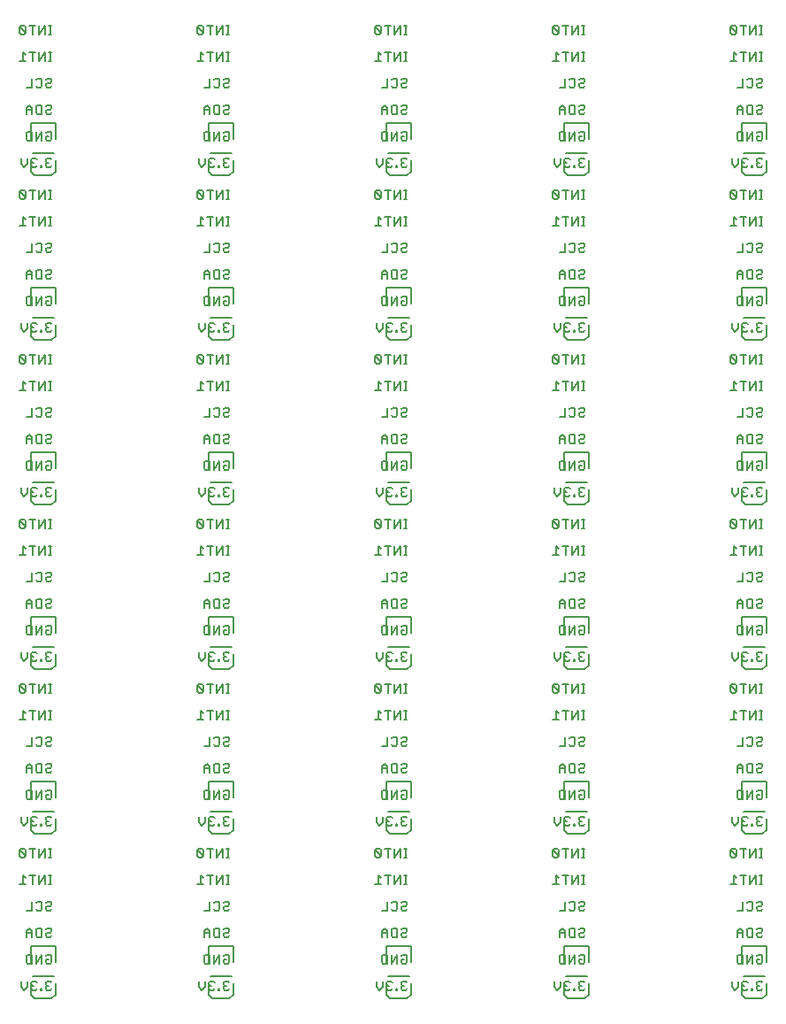
<source format=gbo>
G75*
G70*
%OFA0B0*%
%FSLAX24Y24*%
%IPPOS*%
%LPD*%
%AMOC8*
5,1,8,0,0,1.08239X$1,22.5*
%
%ADD10C,0.0070*%
%ADD11C,0.0080*%
%ADD12C,0.0050*%
D10*
X014825Y009781D02*
X014935Y009671D01*
X015045Y009781D01*
X015045Y010001D01*
X015045Y009781D01*
X014935Y009671D01*
X014825Y009781D01*
X014825Y010001D01*
X014825Y009781D01*
X015194Y009781D02*
X015194Y009726D01*
X015249Y009671D01*
X015359Y009671D01*
X015414Y009726D01*
X015359Y009671D01*
X015249Y009671D01*
X015194Y009726D01*
X015194Y009781D01*
X015249Y009836D01*
X015304Y009836D01*
X015249Y009836D01*
X015194Y009891D01*
X015194Y009946D01*
X015249Y010001D01*
X015359Y010001D01*
X015414Y009946D01*
X015359Y010001D01*
X015249Y010001D01*
X015194Y009946D01*
X015194Y009891D01*
X015249Y009836D01*
X015194Y009781D01*
X015543Y009726D02*
X015543Y009671D01*
X015598Y009671D01*
X015598Y009726D01*
X015543Y009726D01*
X015543Y009671D01*
X015598Y009671D01*
X015598Y009726D01*
X015543Y009726D01*
X015746Y009726D02*
X015801Y009671D01*
X015911Y009671D01*
X015966Y009726D01*
X015911Y009671D01*
X015801Y009671D01*
X015746Y009726D01*
X015746Y009781D01*
X015801Y009836D01*
X015856Y009836D01*
X015801Y009836D01*
X015746Y009891D01*
X015746Y009946D01*
X015801Y010001D01*
X015911Y010001D01*
X015966Y009946D01*
X015911Y010001D01*
X015801Y010001D01*
X015746Y009946D01*
X015746Y009891D01*
X015801Y009836D01*
X015746Y009781D01*
X015746Y009726D01*
X015801Y010671D02*
X015746Y010726D01*
X015746Y010836D01*
X015856Y010836D01*
X015746Y010836D01*
X015746Y010726D01*
X015801Y010671D01*
X015911Y010671D01*
X015966Y010726D01*
X015966Y010946D01*
X015911Y011001D01*
X015801Y011001D01*
X015746Y010946D01*
X015801Y011001D01*
X015911Y011001D01*
X015966Y010946D01*
X015966Y010726D01*
X015911Y010671D01*
X015801Y010671D01*
X015598Y010671D02*
X015598Y011001D01*
X015378Y010671D01*
X015378Y011001D01*
X015378Y010671D01*
X015598Y011001D01*
X015598Y010671D01*
X015230Y010671D02*
X015230Y011001D01*
X015064Y011001D01*
X015009Y010946D01*
X015009Y010726D01*
X015064Y010671D01*
X015230Y010671D01*
X015064Y010671D01*
X015009Y010726D01*
X015009Y010946D01*
X015064Y011001D01*
X015230Y011001D01*
X015230Y010671D01*
X015230Y011671D02*
X015230Y011891D01*
X015119Y012001D01*
X015009Y011891D01*
X015009Y011671D01*
X015009Y011891D01*
X015119Y012001D01*
X015230Y011891D01*
X015230Y011671D01*
X015378Y011726D02*
X015378Y011946D01*
X015433Y012001D01*
X015598Y012001D01*
X015598Y011671D01*
X015433Y011671D01*
X015378Y011726D01*
X015378Y011946D01*
X015433Y012001D01*
X015598Y012001D01*
X015598Y011671D01*
X015433Y011671D01*
X015378Y011726D01*
X015230Y011836D02*
X015009Y011836D01*
X015230Y011836D01*
X015746Y011781D02*
X015746Y011726D01*
X015801Y011671D01*
X015911Y011671D01*
X015966Y011726D01*
X015911Y011671D01*
X015801Y011671D01*
X015746Y011726D01*
X015746Y011781D01*
X015801Y011836D01*
X015911Y011836D01*
X015966Y011891D01*
X015966Y011946D01*
X015911Y012001D01*
X015801Y012001D01*
X015746Y011946D01*
X015801Y012001D01*
X015911Y012001D01*
X015966Y011946D01*
X015966Y011891D01*
X015911Y011836D01*
X015801Y011836D01*
X015746Y011781D01*
X015801Y012671D02*
X015911Y012671D01*
X015966Y012726D01*
X015911Y012671D01*
X015801Y012671D01*
X015746Y012726D01*
X015746Y012781D01*
X015801Y012836D01*
X015911Y012836D01*
X015966Y012891D01*
X015966Y012946D01*
X015911Y013001D01*
X015801Y013001D01*
X015746Y012946D01*
X015801Y013001D01*
X015911Y013001D01*
X015966Y012946D01*
X015966Y012891D01*
X015911Y012836D01*
X015801Y012836D01*
X015746Y012781D01*
X015746Y012726D01*
X015801Y012671D01*
X015598Y012726D02*
X015543Y012671D01*
X015433Y012671D01*
X015378Y012726D01*
X015433Y012671D01*
X015543Y012671D01*
X015598Y012726D01*
X015598Y012946D01*
X015543Y013001D01*
X015433Y013001D01*
X015378Y012946D01*
X015433Y013001D01*
X015543Y013001D01*
X015598Y012946D01*
X015598Y012726D01*
X015230Y012671D02*
X015230Y013001D01*
X015230Y012671D01*
X015009Y012671D01*
X015230Y012671D01*
X015242Y013671D02*
X015242Y014001D01*
X015242Y013671D01*
X014984Y013671D02*
X014764Y013671D01*
X014984Y013671D01*
X014874Y013671D02*
X014874Y014001D01*
X014984Y013891D01*
X014874Y014001D01*
X014874Y013671D01*
X015132Y014001D02*
X015352Y014001D01*
X015132Y014001D01*
X015501Y014001D02*
X015501Y013671D01*
X015721Y014001D01*
X015721Y013671D01*
X015721Y014001D01*
X015501Y013671D01*
X015501Y014001D01*
X015856Y014001D02*
X015966Y014001D01*
X015856Y014001D01*
X015911Y014001D02*
X015911Y013671D01*
X015911Y014001D01*
X015966Y013671D02*
X015856Y013671D01*
X015966Y013671D01*
X015966Y014671D02*
X015856Y014671D01*
X015966Y014671D01*
X015911Y014671D02*
X015911Y015001D01*
X015911Y014671D01*
X015721Y014671D02*
X015721Y015001D01*
X015501Y014671D01*
X015501Y015001D01*
X015501Y014671D01*
X015721Y015001D01*
X015721Y014671D01*
X015856Y015001D02*
X015966Y015001D01*
X015856Y015001D01*
X015352Y015001D02*
X015132Y015001D01*
X015352Y015001D01*
X015242Y015001D02*
X015242Y014671D01*
X015242Y015001D01*
X014984Y014946D02*
X014929Y015001D01*
X014819Y015001D01*
X014764Y014946D01*
X014984Y014726D01*
X014929Y014671D01*
X014819Y014671D01*
X014764Y014726D01*
X014764Y014946D01*
X014984Y014726D01*
X014984Y014946D01*
X014929Y015001D01*
X014819Y015001D01*
X014764Y014946D01*
X014764Y014726D01*
X014819Y014671D01*
X014929Y014671D01*
X014984Y014726D01*
X014984Y014946D01*
X014935Y015871D02*
X014825Y015981D01*
X014825Y016201D01*
X015045Y016201D02*
X015045Y015981D01*
X014935Y015871D01*
X015194Y015926D02*
X015249Y015871D01*
X015359Y015871D01*
X015414Y015926D01*
X015543Y015926D02*
X015543Y015871D01*
X015598Y015871D01*
X015598Y015926D01*
X015543Y015926D01*
X015746Y015926D02*
X015801Y015871D01*
X015911Y015871D01*
X015966Y015926D01*
X015856Y016036D02*
X015801Y016036D01*
X015746Y015981D01*
X015746Y015926D01*
X015801Y016036D02*
X015746Y016091D01*
X015746Y016146D01*
X015801Y016201D01*
X015911Y016201D01*
X015966Y016146D01*
X015414Y016146D02*
X015359Y016201D01*
X015249Y016201D01*
X015194Y016146D01*
X015194Y016091D01*
X015249Y016036D01*
X015194Y015981D01*
X015194Y015926D01*
X015249Y016036D02*
X015304Y016036D01*
X015378Y016871D02*
X015378Y017201D01*
X015230Y017201D02*
X015064Y017201D01*
X015009Y017146D01*
X015009Y016926D01*
X015064Y016871D01*
X015230Y016871D01*
X015230Y017201D01*
X015378Y016871D02*
X015598Y017201D01*
X015598Y016871D01*
X015746Y016926D02*
X015746Y017036D01*
X015856Y017036D01*
X015746Y016926D02*
X015801Y016871D01*
X015911Y016871D01*
X015966Y016926D01*
X015966Y017146D01*
X015911Y017201D01*
X015801Y017201D01*
X015746Y017146D01*
X015801Y017871D02*
X015911Y017871D01*
X015966Y017926D01*
X015911Y018036D02*
X015801Y018036D01*
X015746Y017981D01*
X015746Y017926D01*
X015801Y017871D01*
X015911Y018036D02*
X015966Y018091D01*
X015966Y018146D01*
X015911Y018201D01*
X015801Y018201D01*
X015746Y018146D01*
X015598Y018201D02*
X015433Y018201D01*
X015378Y018146D01*
X015378Y017926D01*
X015433Y017871D01*
X015598Y017871D01*
X015598Y018201D01*
X015230Y018091D02*
X015119Y018201D01*
X015009Y018091D01*
X015009Y017871D01*
X015009Y018036D02*
X015230Y018036D01*
X015230Y018091D02*
X015230Y017871D01*
X015230Y018871D02*
X015009Y018871D01*
X015230Y018871D02*
X015230Y019201D01*
X015378Y019146D02*
X015433Y019201D01*
X015543Y019201D01*
X015598Y019146D01*
X015598Y018926D01*
X015543Y018871D01*
X015433Y018871D01*
X015378Y018926D01*
X015746Y018926D02*
X015801Y018871D01*
X015911Y018871D01*
X015966Y018926D01*
X015911Y019036D02*
X015801Y019036D01*
X015746Y018981D01*
X015746Y018926D01*
X015911Y019036D02*
X015966Y019091D01*
X015966Y019146D01*
X015911Y019201D01*
X015801Y019201D01*
X015746Y019146D01*
X015721Y019871D02*
X015721Y020201D01*
X015501Y019871D01*
X015501Y020201D01*
X015352Y020201D02*
X015132Y020201D01*
X015242Y020201D02*
X015242Y019871D01*
X014984Y019871D02*
X014764Y019871D01*
X014874Y019871D02*
X014874Y020201D01*
X014984Y020091D01*
X014929Y020871D02*
X014984Y020926D01*
X014764Y021146D01*
X014764Y020926D01*
X014819Y020871D01*
X014929Y020871D01*
X014984Y020926D02*
X014984Y021146D01*
X014929Y021201D01*
X014819Y021201D01*
X014764Y021146D01*
X015132Y021201D02*
X015352Y021201D01*
X015242Y021201D02*
X015242Y020871D01*
X015501Y020871D02*
X015501Y021201D01*
X015721Y021201D02*
X015501Y020871D01*
X015721Y020871D02*
X015721Y021201D01*
X015856Y021201D02*
X015966Y021201D01*
X015911Y021201D02*
X015911Y020871D01*
X015966Y020871D02*
X015856Y020871D01*
X015856Y020201D02*
X015966Y020201D01*
X015911Y020201D02*
X015911Y019871D01*
X015966Y019871D02*
X015856Y019871D01*
X015911Y022071D02*
X015966Y022126D01*
X015911Y022071D02*
X015801Y022071D01*
X015746Y022126D01*
X015746Y022181D01*
X015801Y022236D01*
X015856Y022236D01*
X015801Y022236D02*
X015746Y022291D01*
X015746Y022346D01*
X015801Y022401D01*
X015911Y022401D01*
X015966Y022346D01*
X015598Y022126D02*
X015543Y022126D01*
X015543Y022071D01*
X015598Y022071D01*
X015598Y022126D01*
X015414Y022126D02*
X015359Y022071D01*
X015249Y022071D01*
X015194Y022126D01*
X015194Y022181D01*
X015249Y022236D01*
X015304Y022236D01*
X015249Y022236D02*
X015194Y022291D01*
X015194Y022346D01*
X015249Y022401D01*
X015359Y022401D01*
X015414Y022346D01*
X015045Y022401D02*
X015045Y022181D01*
X014935Y022071D01*
X014825Y022181D01*
X014825Y022401D01*
X015064Y023071D02*
X015009Y023126D01*
X015009Y023346D01*
X015064Y023401D01*
X015230Y023401D01*
X015230Y023071D01*
X015064Y023071D01*
X015378Y023071D02*
X015378Y023401D01*
X015598Y023401D02*
X015378Y023071D01*
X015598Y023071D02*
X015598Y023401D01*
X015746Y023346D02*
X015801Y023401D01*
X015911Y023401D01*
X015966Y023346D01*
X015966Y023126D01*
X015911Y023071D01*
X015801Y023071D01*
X015746Y023126D01*
X015746Y023236D01*
X015856Y023236D01*
X015801Y024071D02*
X015911Y024071D01*
X015966Y024126D01*
X015911Y024236D02*
X015801Y024236D01*
X015746Y024181D01*
X015746Y024126D01*
X015801Y024071D01*
X015911Y024236D02*
X015966Y024291D01*
X015966Y024346D01*
X015911Y024401D01*
X015801Y024401D01*
X015746Y024346D01*
X015598Y024401D02*
X015433Y024401D01*
X015378Y024346D01*
X015378Y024126D01*
X015433Y024071D01*
X015598Y024071D01*
X015598Y024401D01*
X015230Y024291D02*
X015230Y024071D01*
X015230Y024236D02*
X015009Y024236D01*
X015009Y024291D02*
X015009Y024071D01*
X015009Y024291D02*
X015119Y024401D01*
X015230Y024291D01*
X015230Y025071D02*
X015009Y025071D01*
X015230Y025071D02*
X015230Y025401D01*
X015378Y025346D02*
X015433Y025401D01*
X015543Y025401D01*
X015598Y025346D01*
X015598Y025126D01*
X015543Y025071D01*
X015433Y025071D01*
X015378Y025126D01*
X015746Y025126D02*
X015801Y025071D01*
X015911Y025071D01*
X015966Y025126D01*
X015911Y025236D02*
X015801Y025236D01*
X015746Y025181D01*
X015746Y025126D01*
X015911Y025236D02*
X015966Y025291D01*
X015966Y025346D01*
X015911Y025401D01*
X015801Y025401D01*
X015746Y025346D01*
X015721Y026071D02*
X015721Y026401D01*
X015501Y026071D01*
X015501Y026401D01*
X015352Y026401D02*
X015132Y026401D01*
X015242Y026401D02*
X015242Y026071D01*
X014984Y026071D02*
X014764Y026071D01*
X014874Y026071D02*
X014874Y026401D01*
X014984Y026291D01*
X015856Y026401D02*
X015966Y026401D01*
X015911Y026401D02*
X015911Y026071D01*
X015966Y026071D02*
X015856Y026071D01*
X015856Y027071D02*
X015966Y027071D01*
X015911Y027071D02*
X015911Y027401D01*
X015966Y027401D02*
X015856Y027401D01*
X015721Y027401D02*
X015501Y027071D01*
X015501Y027401D01*
X015352Y027401D02*
X015132Y027401D01*
X015242Y027401D02*
X015242Y027071D01*
X014984Y027126D02*
X014764Y027346D01*
X014764Y027126D01*
X014819Y027071D01*
X014929Y027071D01*
X014984Y027126D01*
X014984Y027346D01*
X014929Y027401D01*
X014819Y027401D01*
X014764Y027346D01*
X015721Y027401D02*
X015721Y027071D01*
X015801Y028271D02*
X015911Y028271D01*
X015966Y028326D01*
X015856Y028436D02*
X015801Y028436D01*
X015746Y028381D01*
X015746Y028326D01*
X015801Y028271D01*
X015801Y028436D02*
X015746Y028491D01*
X015746Y028546D01*
X015801Y028601D01*
X015911Y028601D01*
X015966Y028546D01*
X015598Y028326D02*
X015543Y028326D01*
X015543Y028271D01*
X015598Y028271D01*
X015598Y028326D01*
X015414Y028326D02*
X015359Y028271D01*
X015249Y028271D01*
X015194Y028326D01*
X015194Y028381D01*
X015249Y028436D01*
X015304Y028436D01*
X015249Y028436D02*
X015194Y028491D01*
X015194Y028546D01*
X015249Y028601D01*
X015359Y028601D01*
X015414Y028546D01*
X015045Y028601D02*
X015045Y028381D01*
X014935Y028271D01*
X014825Y028381D01*
X014825Y028601D01*
X015064Y029271D02*
X015009Y029326D01*
X015009Y029546D01*
X015064Y029601D01*
X015230Y029601D01*
X015230Y029271D01*
X015064Y029271D01*
X015378Y029271D02*
X015378Y029601D01*
X015598Y029601D02*
X015378Y029271D01*
X015598Y029271D02*
X015598Y029601D01*
X015746Y029546D02*
X015801Y029601D01*
X015911Y029601D01*
X015966Y029546D01*
X015966Y029326D01*
X015911Y029271D01*
X015801Y029271D01*
X015746Y029326D01*
X015746Y029436D01*
X015856Y029436D01*
X015801Y030271D02*
X015911Y030271D01*
X015966Y030326D01*
X015911Y030436D02*
X015801Y030436D01*
X015746Y030381D01*
X015746Y030326D01*
X015801Y030271D01*
X015911Y030436D02*
X015966Y030491D01*
X015966Y030546D01*
X015911Y030601D01*
X015801Y030601D01*
X015746Y030546D01*
X015598Y030601D02*
X015433Y030601D01*
X015378Y030546D01*
X015378Y030326D01*
X015433Y030271D01*
X015598Y030271D01*
X015598Y030601D01*
X015230Y030491D02*
X015119Y030601D01*
X015009Y030491D01*
X015009Y030271D01*
X015009Y030436D02*
X015230Y030436D01*
X015230Y030491D02*
X015230Y030271D01*
X015230Y031271D02*
X015009Y031271D01*
X015230Y031271D02*
X015230Y031601D01*
X015378Y031546D02*
X015433Y031601D01*
X015543Y031601D01*
X015598Y031546D01*
X015598Y031326D01*
X015543Y031271D01*
X015433Y031271D01*
X015378Y031326D01*
X015746Y031326D02*
X015801Y031271D01*
X015911Y031271D01*
X015966Y031326D01*
X015911Y031436D02*
X015801Y031436D01*
X015746Y031381D01*
X015746Y031326D01*
X015911Y031436D02*
X015966Y031491D01*
X015966Y031546D01*
X015911Y031601D01*
X015801Y031601D01*
X015746Y031546D01*
X015721Y032271D02*
X015721Y032601D01*
X015501Y032271D01*
X015501Y032601D01*
X015352Y032601D02*
X015132Y032601D01*
X015242Y032601D02*
X015242Y032271D01*
X014984Y032271D02*
X014764Y032271D01*
X014874Y032271D02*
X014874Y032601D01*
X014984Y032491D01*
X014929Y033271D02*
X014984Y033326D01*
X014764Y033546D01*
X014764Y033326D01*
X014819Y033271D01*
X014929Y033271D01*
X014984Y033326D02*
X014984Y033546D01*
X014929Y033601D01*
X014819Y033601D01*
X014764Y033546D01*
X015132Y033601D02*
X015352Y033601D01*
X015242Y033601D02*
X015242Y033271D01*
X015501Y033271D02*
X015501Y033601D01*
X015721Y033601D02*
X015501Y033271D01*
X015721Y033271D02*
X015721Y033601D01*
X015856Y033601D02*
X015966Y033601D01*
X015911Y033601D02*
X015911Y033271D01*
X015966Y033271D02*
X015856Y033271D01*
X015856Y032601D02*
X015966Y032601D01*
X015911Y032601D02*
X015911Y032271D01*
X015966Y032271D02*
X015856Y032271D01*
X015911Y034471D02*
X015966Y034526D01*
X015911Y034471D02*
X015801Y034471D01*
X015746Y034526D01*
X015746Y034581D01*
X015801Y034636D01*
X015856Y034636D01*
X015801Y034636D02*
X015746Y034691D01*
X015746Y034746D01*
X015801Y034801D01*
X015911Y034801D01*
X015966Y034746D01*
X015598Y034526D02*
X015543Y034526D01*
X015543Y034471D01*
X015598Y034471D01*
X015598Y034526D01*
X015414Y034526D02*
X015359Y034471D01*
X015249Y034471D01*
X015194Y034526D01*
X015194Y034581D01*
X015249Y034636D01*
X015304Y034636D01*
X015249Y034636D02*
X015194Y034691D01*
X015194Y034746D01*
X015249Y034801D01*
X015359Y034801D01*
X015414Y034746D01*
X015045Y034801D02*
X015045Y034581D01*
X014935Y034471D01*
X014825Y034581D01*
X014825Y034801D01*
X015064Y035471D02*
X015009Y035526D01*
X015009Y035746D01*
X015064Y035801D01*
X015230Y035801D01*
X015230Y035471D01*
X015064Y035471D01*
X015378Y035471D02*
X015378Y035801D01*
X015598Y035801D02*
X015378Y035471D01*
X015598Y035471D02*
X015598Y035801D01*
X015746Y035746D02*
X015801Y035801D01*
X015911Y035801D01*
X015966Y035746D01*
X015966Y035526D01*
X015911Y035471D01*
X015801Y035471D01*
X015746Y035526D01*
X015746Y035636D01*
X015856Y035636D01*
X015801Y036471D02*
X015911Y036471D01*
X015966Y036526D01*
X015911Y036636D02*
X015801Y036636D01*
X015746Y036581D01*
X015746Y036526D01*
X015801Y036471D01*
X015911Y036636D02*
X015966Y036691D01*
X015966Y036746D01*
X015911Y036801D01*
X015801Y036801D01*
X015746Y036746D01*
X015598Y036801D02*
X015433Y036801D01*
X015378Y036746D01*
X015378Y036526D01*
X015433Y036471D01*
X015598Y036471D01*
X015598Y036801D01*
X015230Y036691D02*
X015230Y036471D01*
X015230Y036636D02*
X015009Y036636D01*
X015009Y036691D02*
X015009Y036471D01*
X015009Y036691D02*
X015119Y036801D01*
X015230Y036691D01*
X015230Y037471D02*
X015009Y037471D01*
X015230Y037471D02*
X015230Y037801D01*
X015378Y037746D02*
X015433Y037801D01*
X015543Y037801D01*
X015598Y037746D01*
X015598Y037526D01*
X015543Y037471D01*
X015433Y037471D01*
X015378Y037526D01*
X015746Y037526D02*
X015801Y037471D01*
X015911Y037471D01*
X015966Y037526D01*
X015911Y037636D02*
X015801Y037636D01*
X015746Y037581D01*
X015746Y037526D01*
X015911Y037636D02*
X015966Y037691D01*
X015966Y037746D01*
X015911Y037801D01*
X015801Y037801D01*
X015746Y037746D01*
X015721Y038471D02*
X015721Y038801D01*
X015501Y038471D01*
X015501Y038801D01*
X015352Y038801D02*
X015132Y038801D01*
X015242Y038801D02*
X015242Y038471D01*
X014984Y038471D02*
X014764Y038471D01*
X014874Y038471D02*
X014874Y038801D01*
X014984Y038691D01*
X015856Y038801D02*
X015966Y038801D01*
X015911Y038801D02*
X015911Y038471D01*
X015966Y038471D02*
X015856Y038471D01*
X015856Y039471D02*
X015966Y039471D01*
X015911Y039471D02*
X015911Y039801D01*
X015966Y039801D02*
X015856Y039801D01*
X015721Y039801D02*
X015501Y039471D01*
X015501Y039801D01*
X015352Y039801D02*
X015132Y039801D01*
X015242Y039801D02*
X015242Y039471D01*
X014984Y039526D02*
X014764Y039746D01*
X014764Y039526D01*
X014819Y039471D01*
X014929Y039471D01*
X014984Y039526D01*
X014984Y039746D01*
X014929Y039801D01*
X014819Y039801D01*
X014764Y039746D01*
X015721Y039801D02*
X015721Y039471D01*
X015801Y040671D02*
X015911Y040671D01*
X015966Y040726D01*
X015911Y040671D01*
X015801Y040671D01*
X015746Y040726D01*
X015746Y040781D01*
X015801Y040836D01*
X015856Y040836D01*
X015801Y040836D01*
X015746Y040891D01*
X015746Y040946D01*
X015801Y041001D01*
X015911Y041001D01*
X015966Y040946D01*
X015911Y041001D01*
X015801Y041001D01*
X015746Y040946D01*
X015746Y040891D01*
X015801Y040836D01*
X015746Y040781D01*
X015746Y040726D01*
X015801Y040671D01*
X015598Y040671D02*
X015543Y040671D01*
X015543Y040726D01*
X015598Y040726D01*
X015598Y040671D01*
X015543Y040671D01*
X015543Y040726D01*
X015598Y040726D01*
X015598Y040671D01*
X015414Y040726D02*
X015359Y040671D01*
X015249Y040671D01*
X015194Y040726D01*
X015194Y040781D01*
X015249Y040836D01*
X015304Y040836D01*
X015249Y040836D01*
X015194Y040891D01*
X015194Y040946D01*
X015249Y041001D01*
X015359Y041001D01*
X015414Y040946D01*
X015359Y041001D01*
X015249Y041001D01*
X015194Y040946D01*
X015194Y040891D01*
X015249Y040836D01*
X015194Y040781D01*
X015194Y040726D01*
X015249Y040671D01*
X015359Y040671D01*
X015414Y040726D01*
X015045Y040781D02*
X015045Y041001D01*
X015045Y040781D01*
X014935Y040671D01*
X014825Y040781D01*
X014825Y041001D01*
X014825Y040781D01*
X014935Y040671D01*
X015045Y040781D01*
X015064Y041671D02*
X015009Y041726D01*
X015009Y041946D01*
X015064Y042001D01*
X015230Y042001D01*
X015230Y041671D01*
X015064Y041671D01*
X015009Y041726D01*
X015009Y041946D01*
X015064Y042001D01*
X015230Y042001D01*
X015230Y041671D01*
X015064Y041671D01*
X015378Y041671D02*
X015378Y042001D01*
X015378Y041671D01*
X015598Y042001D01*
X015598Y041671D01*
X015598Y042001D01*
X015378Y041671D01*
X015746Y041726D02*
X015746Y041836D01*
X015856Y041836D01*
X015746Y041836D01*
X015746Y041726D01*
X015801Y041671D01*
X015911Y041671D01*
X015966Y041726D01*
X015966Y041946D01*
X015911Y042001D01*
X015801Y042001D01*
X015746Y041946D01*
X015801Y042001D01*
X015911Y042001D01*
X015966Y041946D01*
X015966Y041726D01*
X015911Y041671D01*
X015801Y041671D01*
X015746Y041726D01*
X015801Y042671D02*
X015911Y042671D01*
X015966Y042726D01*
X015911Y042671D01*
X015801Y042671D01*
X015746Y042726D01*
X015746Y042781D01*
X015801Y042836D01*
X015911Y042836D01*
X015966Y042891D01*
X015966Y042946D01*
X015911Y043001D01*
X015801Y043001D01*
X015746Y042946D01*
X015801Y043001D01*
X015911Y043001D01*
X015966Y042946D01*
X015966Y042891D01*
X015911Y042836D01*
X015801Y042836D01*
X015746Y042781D01*
X015746Y042726D01*
X015801Y042671D01*
X015598Y042671D02*
X015433Y042671D01*
X015378Y042726D01*
X015378Y042946D01*
X015433Y043001D01*
X015598Y043001D01*
X015598Y042671D01*
X015433Y042671D01*
X015378Y042726D01*
X015378Y042946D01*
X015433Y043001D01*
X015598Y043001D01*
X015598Y042671D01*
X015230Y042671D02*
X015230Y042891D01*
X015119Y043001D01*
X015009Y042891D01*
X015009Y042671D01*
X015009Y042891D01*
X015119Y043001D01*
X015230Y042891D01*
X015230Y042671D01*
X015230Y042836D02*
X015009Y042836D01*
X015230Y042836D01*
X015230Y043671D02*
X015009Y043671D01*
X015230Y043671D01*
X015230Y044001D01*
X015230Y043671D01*
X015378Y043726D02*
X015433Y043671D01*
X015543Y043671D01*
X015598Y043726D01*
X015598Y043946D01*
X015543Y044001D01*
X015433Y044001D01*
X015378Y043946D01*
X015433Y044001D01*
X015543Y044001D01*
X015598Y043946D01*
X015598Y043726D01*
X015543Y043671D01*
X015433Y043671D01*
X015378Y043726D01*
X015746Y043726D02*
X015801Y043671D01*
X015911Y043671D01*
X015966Y043726D01*
X015911Y043671D01*
X015801Y043671D01*
X015746Y043726D01*
X015746Y043781D01*
X015801Y043836D01*
X015911Y043836D01*
X015966Y043891D01*
X015966Y043946D01*
X015911Y044001D01*
X015801Y044001D01*
X015746Y043946D01*
X015801Y044001D01*
X015911Y044001D01*
X015966Y043946D01*
X015966Y043891D01*
X015911Y043836D01*
X015801Y043836D01*
X015746Y043781D01*
X015746Y043726D01*
X015721Y044671D02*
X015721Y045001D01*
X015501Y044671D01*
X015501Y045001D01*
X015501Y044671D01*
X015721Y045001D01*
X015721Y044671D01*
X015856Y044671D02*
X015966Y044671D01*
X015856Y044671D01*
X015911Y044671D02*
X015911Y045001D01*
X015911Y044671D01*
X015966Y045001D02*
X015856Y045001D01*
X015966Y045001D01*
X015352Y045001D02*
X015132Y045001D01*
X015352Y045001D01*
X015242Y045001D02*
X015242Y044671D01*
X015242Y045001D01*
X014984Y044891D02*
X014874Y045001D01*
X014874Y044671D01*
X014874Y045001D01*
X014984Y044891D01*
X014984Y044671D02*
X014764Y044671D01*
X014984Y044671D01*
X014929Y045671D02*
X014984Y045726D01*
X014764Y045946D01*
X014764Y045726D01*
X014819Y045671D01*
X014929Y045671D01*
X014984Y045726D01*
X014984Y045946D01*
X014929Y046001D01*
X014819Y046001D01*
X014764Y045946D01*
X014984Y045726D01*
X014984Y045946D01*
X014929Y046001D01*
X014819Y046001D01*
X014764Y045946D01*
X014764Y045726D01*
X014819Y045671D01*
X014929Y045671D01*
X015242Y045671D02*
X015242Y046001D01*
X015242Y045671D01*
X015501Y045671D02*
X015501Y046001D01*
X015501Y045671D01*
X015721Y046001D01*
X015721Y045671D01*
X015721Y046001D01*
X015501Y045671D01*
X015856Y045671D02*
X015966Y045671D01*
X015856Y045671D01*
X015911Y045671D02*
X015911Y046001D01*
X015911Y045671D01*
X015966Y046001D02*
X015856Y046001D01*
X015966Y046001D01*
X015352Y046001D02*
X015132Y046001D01*
X015352Y046001D01*
X021464Y045946D02*
X021464Y045726D01*
X021519Y045671D01*
X021629Y045671D01*
X021684Y045726D01*
X021464Y045946D01*
X021519Y046001D01*
X021629Y046001D01*
X021684Y045946D01*
X021684Y045726D01*
X021464Y045946D01*
X021464Y045726D01*
X021519Y045671D01*
X021629Y045671D01*
X021684Y045726D01*
X021684Y045946D01*
X021629Y046001D01*
X021519Y046001D01*
X021464Y045946D01*
X021832Y046001D02*
X022052Y046001D01*
X021832Y046001D01*
X021942Y046001D02*
X021942Y045671D01*
X021942Y046001D01*
X022201Y046001D02*
X022201Y045671D01*
X022421Y046001D01*
X022421Y045671D01*
X022421Y046001D01*
X022201Y045671D01*
X022201Y046001D01*
X022556Y046001D02*
X022666Y046001D01*
X022556Y046001D01*
X022611Y046001D02*
X022611Y045671D01*
X022611Y046001D01*
X022666Y045671D02*
X022556Y045671D01*
X022666Y045671D01*
X022666Y045001D02*
X022556Y045001D01*
X022666Y045001D01*
X022611Y045001D02*
X022611Y044671D01*
X022611Y045001D01*
X022421Y045001D02*
X022201Y044671D01*
X022201Y045001D01*
X022201Y044671D01*
X022421Y045001D01*
X022421Y044671D01*
X022421Y045001D01*
X022556Y044671D02*
X022666Y044671D01*
X022556Y044671D01*
X022052Y045001D02*
X021832Y045001D01*
X022052Y045001D01*
X021942Y045001D02*
X021942Y044671D01*
X021942Y045001D01*
X021684Y044891D02*
X021574Y045001D01*
X021574Y044671D01*
X021574Y045001D01*
X021684Y044891D01*
X021684Y044671D02*
X021464Y044671D01*
X021684Y044671D01*
X021930Y044001D02*
X021930Y043671D01*
X021709Y043671D01*
X021930Y043671D01*
X021930Y044001D01*
X022078Y043946D02*
X022133Y044001D01*
X022243Y044001D01*
X022298Y043946D01*
X022298Y043726D01*
X022243Y043671D01*
X022133Y043671D01*
X022078Y043726D01*
X022133Y043671D01*
X022243Y043671D01*
X022298Y043726D01*
X022298Y043946D01*
X022243Y044001D01*
X022133Y044001D01*
X022078Y043946D01*
X022446Y043946D02*
X022501Y044001D01*
X022611Y044001D01*
X022666Y043946D01*
X022666Y043891D01*
X022611Y043836D01*
X022501Y043836D01*
X022446Y043781D01*
X022446Y043726D01*
X022501Y043671D01*
X022611Y043671D01*
X022666Y043726D01*
X022611Y043671D01*
X022501Y043671D01*
X022446Y043726D01*
X022446Y043781D01*
X022501Y043836D01*
X022611Y043836D01*
X022666Y043891D01*
X022666Y043946D01*
X022611Y044001D01*
X022501Y044001D01*
X022446Y043946D01*
X022501Y043001D02*
X022446Y042946D01*
X022501Y043001D01*
X022611Y043001D01*
X022666Y042946D01*
X022666Y042891D01*
X022611Y042836D01*
X022501Y042836D01*
X022446Y042781D01*
X022446Y042726D01*
X022501Y042671D01*
X022611Y042671D01*
X022666Y042726D01*
X022611Y042671D01*
X022501Y042671D01*
X022446Y042726D01*
X022446Y042781D01*
X022501Y042836D01*
X022611Y042836D01*
X022666Y042891D01*
X022666Y042946D01*
X022611Y043001D01*
X022501Y043001D01*
X022298Y043001D02*
X022133Y043001D01*
X022078Y042946D01*
X022078Y042726D01*
X022133Y042671D01*
X022298Y042671D01*
X022298Y043001D01*
X022133Y043001D01*
X022078Y042946D01*
X022078Y042726D01*
X022133Y042671D01*
X022298Y042671D01*
X022298Y043001D01*
X021930Y042891D02*
X021819Y043001D01*
X021709Y042891D01*
X021709Y042671D01*
X021709Y042891D01*
X021819Y043001D01*
X021930Y042891D01*
X021930Y042671D01*
X021930Y042891D01*
X021930Y042836D02*
X021709Y042836D01*
X021930Y042836D01*
X021930Y042001D02*
X021764Y042001D01*
X021709Y041946D01*
X021709Y041726D01*
X021764Y041671D01*
X021930Y041671D01*
X021930Y042001D01*
X021764Y042001D01*
X021709Y041946D01*
X021709Y041726D01*
X021764Y041671D01*
X021930Y041671D01*
X021930Y042001D01*
X022078Y042001D02*
X022078Y041671D01*
X022298Y042001D01*
X022298Y041671D01*
X022298Y042001D01*
X022078Y041671D01*
X022078Y042001D01*
X022446Y041946D02*
X022501Y042001D01*
X022611Y042001D01*
X022666Y041946D01*
X022666Y041726D01*
X022611Y041671D01*
X022501Y041671D01*
X022446Y041726D01*
X022446Y041836D01*
X022556Y041836D01*
X022446Y041836D01*
X022446Y041726D01*
X022501Y041671D01*
X022611Y041671D01*
X022666Y041726D01*
X022666Y041946D01*
X022611Y042001D01*
X022501Y042001D01*
X022446Y041946D01*
X022501Y041001D02*
X022446Y040946D01*
X022446Y040891D01*
X022501Y040836D01*
X022446Y040781D01*
X022446Y040726D01*
X022501Y040671D01*
X022611Y040671D01*
X022666Y040726D01*
X022611Y040671D01*
X022501Y040671D01*
X022446Y040726D01*
X022446Y040781D01*
X022501Y040836D01*
X022556Y040836D01*
X022501Y040836D01*
X022446Y040891D01*
X022446Y040946D01*
X022501Y041001D01*
X022611Y041001D01*
X022666Y040946D01*
X022611Y041001D01*
X022501Y041001D01*
X022298Y040726D02*
X022243Y040726D01*
X022243Y040671D01*
X022298Y040671D01*
X022298Y040726D01*
X022243Y040726D01*
X022243Y040671D01*
X022298Y040671D01*
X022298Y040726D01*
X022114Y040726D02*
X022059Y040671D01*
X021949Y040671D01*
X021894Y040726D01*
X021894Y040781D01*
X021949Y040836D01*
X022004Y040836D01*
X021949Y040836D01*
X021894Y040891D01*
X021894Y040946D01*
X021949Y041001D01*
X022059Y041001D01*
X022114Y040946D01*
X022059Y041001D01*
X021949Y041001D01*
X021894Y040946D01*
X021894Y040891D01*
X021949Y040836D01*
X021894Y040781D01*
X021894Y040726D01*
X021949Y040671D01*
X022059Y040671D01*
X022114Y040726D01*
X021745Y040781D02*
X021635Y040671D01*
X021525Y040781D01*
X021525Y041001D01*
X021525Y040781D01*
X021635Y040671D01*
X021745Y040781D01*
X021745Y041001D01*
X021745Y040781D01*
X021832Y039801D02*
X022052Y039801D01*
X021942Y039801D02*
X021942Y039471D01*
X022201Y039471D02*
X022201Y039801D01*
X022421Y039801D02*
X022201Y039471D01*
X022421Y039471D02*
X022421Y039801D01*
X022556Y039801D02*
X022666Y039801D01*
X022611Y039801D02*
X022611Y039471D01*
X022666Y039471D02*
X022556Y039471D01*
X022556Y038801D02*
X022666Y038801D01*
X022611Y038801D02*
X022611Y038471D01*
X022666Y038471D02*
X022556Y038471D01*
X022421Y038471D02*
X022421Y038801D01*
X022201Y038471D01*
X022201Y038801D01*
X022052Y038801D02*
X021832Y038801D01*
X021942Y038801D02*
X021942Y038471D01*
X021684Y038471D02*
X021464Y038471D01*
X021574Y038471D02*
X021574Y038801D01*
X021684Y038691D01*
X021930Y037801D02*
X021930Y037471D01*
X021709Y037471D01*
X022078Y037526D02*
X022133Y037471D01*
X022243Y037471D01*
X022298Y037526D01*
X022298Y037746D01*
X022243Y037801D01*
X022133Y037801D01*
X022078Y037746D01*
X022446Y037746D02*
X022501Y037801D01*
X022611Y037801D01*
X022666Y037746D01*
X022666Y037691D01*
X022611Y037636D01*
X022501Y037636D01*
X022446Y037581D01*
X022446Y037526D01*
X022501Y037471D01*
X022611Y037471D01*
X022666Y037526D01*
X022611Y036801D02*
X022666Y036746D01*
X022666Y036691D01*
X022611Y036636D01*
X022501Y036636D01*
X022446Y036581D01*
X022446Y036526D01*
X022501Y036471D01*
X022611Y036471D01*
X022666Y036526D01*
X022611Y036801D02*
X022501Y036801D01*
X022446Y036746D01*
X022298Y036801D02*
X022133Y036801D01*
X022078Y036746D01*
X022078Y036526D01*
X022133Y036471D01*
X022298Y036471D01*
X022298Y036801D01*
X021930Y036691D02*
X021819Y036801D01*
X021709Y036691D01*
X021709Y036471D01*
X021709Y036636D02*
X021930Y036636D01*
X021930Y036691D02*
X021930Y036471D01*
X021930Y035801D02*
X021764Y035801D01*
X021709Y035746D01*
X021709Y035526D01*
X021764Y035471D01*
X021930Y035471D01*
X021930Y035801D01*
X022078Y035801D02*
X022078Y035471D01*
X022298Y035801D01*
X022298Y035471D01*
X022446Y035526D02*
X022446Y035636D01*
X022556Y035636D01*
X022446Y035526D02*
X022501Y035471D01*
X022611Y035471D01*
X022666Y035526D01*
X022666Y035746D01*
X022611Y035801D01*
X022501Y035801D01*
X022446Y035746D01*
X022501Y034801D02*
X022446Y034746D01*
X022446Y034691D01*
X022501Y034636D01*
X022446Y034581D01*
X022446Y034526D01*
X022501Y034471D01*
X022611Y034471D01*
X022666Y034526D01*
X022556Y034636D02*
X022501Y034636D01*
X022501Y034801D02*
X022611Y034801D01*
X022666Y034746D01*
X022298Y034526D02*
X022243Y034526D01*
X022243Y034471D01*
X022298Y034471D01*
X022298Y034526D01*
X022114Y034526D02*
X022059Y034471D01*
X021949Y034471D01*
X021894Y034526D01*
X021894Y034581D01*
X021949Y034636D01*
X022004Y034636D01*
X021949Y034636D02*
X021894Y034691D01*
X021894Y034746D01*
X021949Y034801D01*
X022059Y034801D01*
X022114Y034746D01*
X021745Y034801D02*
X021745Y034581D01*
X021635Y034471D01*
X021525Y034581D01*
X021525Y034801D01*
X021519Y033601D02*
X021464Y033546D01*
X021684Y033326D01*
X021629Y033271D01*
X021519Y033271D01*
X021464Y033326D01*
X021464Y033546D01*
X021519Y033601D02*
X021629Y033601D01*
X021684Y033546D01*
X021684Y033326D01*
X021942Y033271D02*
X021942Y033601D01*
X022052Y033601D02*
X021832Y033601D01*
X022201Y033601D02*
X022201Y033271D01*
X022421Y033601D01*
X022421Y033271D01*
X022556Y033271D02*
X022666Y033271D01*
X022611Y033271D02*
X022611Y033601D01*
X022666Y033601D02*
X022556Y033601D01*
X022556Y032601D02*
X022666Y032601D01*
X022611Y032601D02*
X022611Y032271D01*
X022666Y032271D02*
X022556Y032271D01*
X022421Y032271D02*
X022421Y032601D01*
X022201Y032271D01*
X022201Y032601D01*
X022052Y032601D02*
X021832Y032601D01*
X021942Y032601D02*
X021942Y032271D01*
X021684Y032271D02*
X021464Y032271D01*
X021574Y032271D02*
X021574Y032601D01*
X021684Y032491D01*
X021930Y031601D02*
X021930Y031271D01*
X021709Y031271D01*
X022078Y031326D02*
X022133Y031271D01*
X022243Y031271D01*
X022298Y031326D01*
X022298Y031546D01*
X022243Y031601D01*
X022133Y031601D01*
X022078Y031546D01*
X022446Y031546D02*
X022501Y031601D01*
X022611Y031601D01*
X022666Y031546D01*
X022666Y031491D01*
X022611Y031436D01*
X022501Y031436D01*
X022446Y031381D01*
X022446Y031326D01*
X022501Y031271D01*
X022611Y031271D01*
X022666Y031326D01*
X022611Y030601D02*
X022666Y030546D01*
X022666Y030491D01*
X022611Y030436D01*
X022501Y030436D01*
X022446Y030381D01*
X022446Y030326D01*
X022501Y030271D01*
X022611Y030271D01*
X022666Y030326D01*
X022611Y030601D02*
X022501Y030601D01*
X022446Y030546D01*
X022298Y030601D02*
X022133Y030601D01*
X022078Y030546D01*
X022078Y030326D01*
X022133Y030271D01*
X022298Y030271D01*
X022298Y030601D01*
X021930Y030491D02*
X021819Y030601D01*
X021709Y030491D01*
X021709Y030271D01*
X021709Y030436D02*
X021930Y030436D01*
X021930Y030491D02*
X021930Y030271D01*
X021930Y029601D02*
X021764Y029601D01*
X021709Y029546D01*
X021709Y029326D01*
X021764Y029271D01*
X021930Y029271D01*
X021930Y029601D01*
X022078Y029601D02*
X022078Y029271D01*
X022298Y029601D01*
X022298Y029271D01*
X022446Y029326D02*
X022446Y029436D01*
X022556Y029436D01*
X022446Y029326D02*
X022501Y029271D01*
X022611Y029271D01*
X022666Y029326D01*
X022666Y029546D01*
X022611Y029601D01*
X022501Y029601D01*
X022446Y029546D01*
X022501Y028601D02*
X022446Y028546D01*
X022446Y028491D01*
X022501Y028436D01*
X022446Y028381D01*
X022446Y028326D01*
X022501Y028271D01*
X022611Y028271D01*
X022666Y028326D01*
X022556Y028436D02*
X022501Y028436D01*
X022501Y028601D02*
X022611Y028601D01*
X022666Y028546D01*
X022298Y028326D02*
X022243Y028326D01*
X022243Y028271D01*
X022298Y028271D01*
X022298Y028326D01*
X022114Y028326D02*
X022059Y028271D01*
X021949Y028271D01*
X021894Y028326D01*
X021894Y028381D01*
X021949Y028436D01*
X022004Y028436D01*
X021949Y028436D02*
X021894Y028491D01*
X021894Y028546D01*
X021949Y028601D01*
X022059Y028601D01*
X022114Y028546D01*
X021745Y028601D02*
X021745Y028381D01*
X021635Y028271D01*
X021525Y028381D01*
X021525Y028601D01*
X021519Y027401D02*
X021464Y027346D01*
X021684Y027126D01*
X021629Y027071D01*
X021519Y027071D01*
X021464Y027126D01*
X021464Y027346D01*
X021519Y027401D02*
X021629Y027401D01*
X021684Y027346D01*
X021684Y027126D01*
X021942Y027071D02*
X021942Y027401D01*
X022052Y027401D02*
X021832Y027401D01*
X022201Y027401D02*
X022201Y027071D01*
X022421Y027401D01*
X022421Y027071D01*
X022556Y027071D02*
X022666Y027071D01*
X022611Y027071D02*
X022611Y027401D01*
X022666Y027401D02*
X022556Y027401D01*
X022556Y026401D02*
X022666Y026401D01*
X022611Y026401D02*
X022611Y026071D01*
X022666Y026071D02*
X022556Y026071D01*
X022421Y026071D02*
X022421Y026401D01*
X022201Y026071D01*
X022201Y026401D01*
X022052Y026401D02*
X021832Y026401D01*
X021942Y026401D02*
X021942Y026071D01*
X021684Y026071D02*
X021464Y026071D01*
X021574Y026071D02*
X021574Y026401D01*
X021684Y026291D01*
X021930Y025401D02*
X021930Y025071D01*
X021709Y025071D01*
X022078Y025126D02*
X022133Y025071D01*
X022243Y025071D01*
X022298Y025126D01*
X022298Y025346D01*
X022243Y025401D01*
X022133Y025401D01*
X022078Y025346D01*
X022446Y025346D02*
X022501Y025401D01*
X022611Y025401D01*
X022666Y025346D01*
X022666Y025291D01*
X022611Y025236D01*
X022501Y025236D01*
X022446Y025181D01*
X022446Y025126D01*
X022501Y025071D01*
X022611Y025071D01*
X022666Y025126D01*
X022611Y024401D02*
X022666Y024346D01*
X022666Y024291D01*
X022611Y024236D01*
X022501Y024236D01*
X022446Y024181D01*
X022446Y024126D01*
X022501Y024071D01*
X022611Y024071D01*
X022666Y024126D01*
X022611Y024401D02*
X022501Y024401D01*
X022446Y024346D01*
X022298Y024401D02*
X022133Y024401D01*
X022078Y024346D01*
X022078Y024126D01*
X022133Y024071D01*
X022298Y024071D01*
X022298Y024401D01*
X021930Y024291D02*
X021819Y024401D01*
X021709Y024291D01*
X021709Y024071D01*
X021709Y024236D02*
X021930Y024236D01*
X021930Y024291D02*
X021930Y024071D01*
X021930Y023401D02*
X021764Y023401D01*
X021709Y023346D01*
X021709Y023126D01*
X021764Y023071D01*
X021930Y023071D01*
X021930Y023401D01*
X022078Y023401D02*
X022078Y023071D01*
X022298Y023401D01*
X022298Y023071D01*
X022446Y023126D02*
X022446Y023236D01*
X022556Y023236D01*
X022446Y023126D02*
X022501Y023071D01*
X022611Y023071D01*
X022666Y023126D01*
X022666Y023346D01*
X022611Y023401D01*
X022501Y023401D01*
X022446Y023346D01*
X022501Y022401D02*
X022446Y022346D01*
X022446Y022291D01*
X022501Y022236D01*
X022446Y022181D01*
X022446Y022126D01*
X022501Y022071D01*
X022611Y022071D01*
X022666Y022126D01*
X022556Y022236D02*
X022501Y022236D01*
X022501Y022401D02*
X022611Y022401D01*
X022666Y022346D01*
X022298Y022126D02*
X022298Y022071D01*
X022243Y022071D01*
X022243Y022126D01*
X022298Y022126D01*
X022114Y022126D02*
X022059Y022071D01*
X021949Y022071D01*
X021894Y022126D01*
X021894Y022181D01*
X021949Y022236D01*
X022004Y022236D01*
X021949Y022236D02*
X021894Y022291D01*
X021894Y022346D01*
X021949Y022401D01*
X022059Y022401D01*
X022114Y022346D01*
X021745Y022401D02*
X021745Y022181D01*
X021635Y022071D01*
X021525Y022181D01*
X021525Y022401D01*
X021519Y021201D02*
X021464Y021146D01*
X021684Y020926D01*
X021629Y020871D01*
X021519Y020871D01*
X021464Y020926D01*
X021464Y021146D01*
X021519Y021201D02*
X021629Y021201D01*
X021684Y021146D01*
X021684Y020926D01*
X021942Y020871D02*
X021942Y021201D01*
X022052Y021201D02*
X021832Y021201D01*
X022201Y021201D02*
X022201Y020871D01*
X022421Y021201D01*
X022421Y020871D01*
X022556Y020871D02*
X022666Y020871D01*
X022611Y020871D02*
X022611Y021201D01*
X022666Y021201D02*
X022556Y021201D01*
X022556Y020201D02*
X022666Y020201D01*
X022611Y020201D02*
X022611Y019871D01*
X022666Y019871D02*
X022556Y019871D01*
X022421Y019871D02*
X022421Y020201D01*
X022201Y019871D01*
X022201Y020201D01*
X022052Y020201D02*
X021832Y020201D01*
X021942Y020201D02*
X021942Y019871D01*
X021684Y019871D02*
X021464Y019871D01*
X021574Y019871D02*
X021574Y020201D01*
X021684Y020091D01*
X021930Y019201D02*
X021930Y018871D01*
X021709Y018871D01*
X022078Y018926D02*
X022133Y018871D01*
X022243Y018871D01*
X022298Y018926D01*
X022298Y019146D01*
X022243Y019201D01*
X022133Y019201D01*
X022078Y019146D01*
X022446Y019146D02*
X022501Y019201D01*
X022611Y019201D01*
X022666Y019146D01*
X022666Y019091D01*
X022611Y019036D01*
X022501Y019036D01*
X022446Y018981D01*
X022446Y018926D01*
X022501Y018871D01*
X022611Y018871D01*
X022666Y018926D01*
X022611Y018201D02*
X022666Y018146D01*
X022666Y018091D01*
X022611Y018036D01*
X022501Y018036D01*
X022446Y017981D01*
X022446Y017926D01*
X022501Y017871D01*
X022611Y017871D01*
X022666Y017926D01*
X022611Y018201D02*
X022501Y018201D01*
X022446Y018146D01*
X022298Y018201D02*
X022133Y018201D01*
X022078Y018146D01*
X022078Y017926D01*
X022133Y017871D01*
X022298Y017871D01*
X022298Y018201D01*
X021930Y018091D02*
X021819Y018201D01*
X021709Y018091D01*
X021709Y017871D01*
X021709Y018036D02*
X021930Y018036D01*
X021930Y018091D02*
X021930Y017871D01*
X021930Y017201D02*
X021764Y017201D01*
X021709Y017146D01*
X021709Y016926D01*
X021764Y016871D01*
X021930Y016871D01*
X021930Y017201D01*
X022078Y017201D02*
X022078Y016871D01*
X022298Y017201D01*
X022298Y016871D01*
X022446Y016926D02*
X022446Y017036D01*
X022556Y017036D01*
X022446Y016926D02*
X022501Y016871D01*
X022611Y016871D01*
X022666Y016926D01*
X022666Y017146D01*
X022611Y017201D01*
X022501Y017201D01*
X022446Y017146D01*
X022501Y016201D02*
X022446Y016146D01*
X022446Y016091D01*
X022501Y016036D01*
X022446Y015981D01*
X022446Y015926D01*
X022501Y015871D01*
X022611Y015871D01*
X022666Y015926D01*
X022556Y016036D02*
X022501Y016036D01*
X022501Y016201D02*
X022611Y016201D01*
X022666Y016146D01*
X022298Y015926D02*
X022243Y015926D01*
X022243Y015871D01*
X022298Y015871D01*
X022298Y015926D01*
X022114Y015926D02*
X022059Y015871D01*
X021949Y015871D01*
X021894Y015926D01*
X021894Y015981D01*
X021949Y016036D01*
X022004Y016036D01*
X021949Y016036D02*
X021894Y016091D01*
X021894Y016146D01*
X021949Y016201D01*
X022059Y016201D01*
X022114Y016146D01*
X021745Y016201D02*
X021745Y015981D01*
X021635Y015871D01*
X021525Y015981D01*
X021525Y016201D01*
X021519Y015001D02*
X021464Y014946D01*
X021684Y014726D01*
X021629Y014671D01*
X021519Y014671D01*
X021464Y014726D01*
X021464Y014946D01*
X021684Y014726D01*
X021684Y014946D01*
X021629Y015001D01*
X021519Y015001D01*
X021464Y014946D01*
X021464Y014726D01*
X021519Y014671D01*
X021629Y014671D01*
X021684Y014726D01*
X021684Y014946D01*
X021629Y015001D01*
X021519Y015001D01*
X021832Y015001D02*
X022052Y015001D01*
X021832Y015001D01*
X021942Y015001D02*
X021942Y014671D01*
X021942Y015001D01*
X022201Y015001D02*
X022201Y014671D01*
X022421Y015001D01*
X022421Y014671D01*
X022421Y015001D01*
X022201Y014671D01*
X022201Y015001D01*
X022556Y015001D02*
X022666Y015001D01*
X022556Y015001D01*
X022611Y015001D02*
X022611Y014671D01*
X022611Y015001D01*
X022666Y014671D02*
X022556Y014671D01*
X022666Y014671D01*
X022666Y014001D02*
X022556Y014001D01*
X022666Y014001D01*
X022611Y014001D02*
X022611Y013671D01*
X022611Y014001D01*
X022421Y014001D02*
X022201Y013671D01*
X022201Y014001D01*
X022201Y013671D01*
X022421Y014001D01*
X022421Y013671D01*
X022421Y014001D01*
X022556Y013671D02*
X022666Y013671D01*
X022556Y013671D01*
X022052Y014001D02*
X021832Y014001D01*
X022052Y014001D01*
X021942Y014001D02*
X021942Y013671D01*
X021942Y014001D01*
X021684Y013891D02*
X021574Y014001D01*
X021574Y013671D01*
X021574Y014001D01*
X021684Y013891D01*
X021684Y013671D02*
X021464Y013671D01*
X021684Y013671D01*
X021930Y013001D02*
X021930Y012671D01*
X021709Y012671D01*
X021930Y012671D01*
X021930Y013001D01*
X022078Y012946D02*
X022133Y013001D01*
X022243Y013001D01*
X022298Y012946D01*
X022298Y012726D01*
X022243Y012671D01*
X022133Y012671D01*
X022078Y012726D01*
X022133Y012671D01*
X022243Y012671D01*
X022298Y012726D01*
X022298Y012946D01*
X022243Y013001D01*
X022133Y013001D01*
X022078Y012946D01*
X022446Y012946D02*
X022501Y013001D01*
X022611Y013001D01*
X022666Y012946D01*
X022666Y012891D01*
X022611Y012836D01*
X022501Y012836D01*
X022446Y012781D01*
X022446Y012726D01*
X022501Y012671D01*
X022611Y012671D01*
X022666Y012726D01*
X022611Y012671D01*
X022501Y012671D01*
X022446Y012726D01*
X022446Y012781D01*
X022501Y012836D01*
X022611Y012836D01*
X022666Y012891D01*
X022666Y012946D01*
X022611Y013001D01*
X022501Y013001D01*
X022446Y012946D01*
X022501Y012001D02*
X022446Y011946D01*
X022501Y012001D01*
X022611Y012001D01*
X022666Y011946D01*
X022666Y011891D01*
X022611Y011836D01*
X022501Y011836D01*
X022446Y011781D01*
X022446Y011726D01*
X022501Y011671D01*
X022611Y011671D01*
X022666Y011726D01*
X022611Y011671D01*
X022501Y011671D01*
X022446Y011726D01*
X022446Y011781D01*
X022501Y011836D01*
X022611Y011836D01*
X022666Y011891D01*
X022666Y011946D01*
X022611Y012001D01*
X022501Y012001D01*
X022298Y012001D02*
X022298Y011671D01*
X022133Y011671D01*
X022078Y011726D01*
X022078Y011946D01*
X022133Y012001D01*
X022298Y012001D01*
X022133Y012001D01*
X022078Y011946D01*
X022078Y011726D01*
X022133Y011671D01*
X022298Y011671D01*
X022298Y012001D01*
X021930Y011891D02*
X021819Y012001D01*
X021709Y011891D01*
X021709Y011671D01*
X021709Y011891D01*
X021819Y012001D01*
X021930Y011891D01*
X021930Y011671D01*
X021930Y011891D01*
X021930Y011836D02*
X021709Y011836D01*
X021930Y011836D01*
X021930Y011001D02*
X021764Y011001D01*
X021709Y010946D01*
X021709Y010726D01*
X021764Y010671D01*
X021930Y010671D01*
X021930Y011001D01*
X021764Y011001D01*
X021709Y010946D01*
X021709Y010726D01*
X021764Y010671D01*
X021930Y010671D01*
X021930Y011001D01*
X022078Y011001D02*
X022078Y010671D01*
X022298Y011001D01*
X022298Y010671D01*
X022298Y011001D01*
X022078Y010671D01*
X022078Y011001D01*
X022446Y010946D02*
X022501Y011001D01*
X022611Y011001D01*
X022666Y010946D01*
X022666Y010726D01*
X022611Y010671D01*
X022501Y010671D01*
X022446Y010726D01*
X022446Y010836D01*
X022556Y010836D01*
X022446Y010836D01*
X022446Y010726D01*
X022501Y010671D01*
X022611Y010671D01*
X022666Y010726D01*
X022666Y010946D01*
X022611Y011001D01*
X022501Y011001D01*
X022446Y010946D01*
X022501Y010001D02*
X022446Y009946D01*
X022446Y009891D01*
X022501Y009836D01*
X022446Y009781D01*
X022446Y009726D01*
X022501Y009671D01*
X022611Y009671D01*
X022666Y009726D01*
X022611Y009671D01*
X022501Y009671D01*
X022446Y009726D01*
X022446Y009781D01*
X022501Y009836D01*
X022556Y009836D01*
X022501Y009836D01*
X022446Y009891D01*
X022446Y009946D01*
X022501Y010001D01*
X022611Y010001D01*
X022666Y009946D01*
X022611Y010001D01*
X022501Y010001D01*
X022298Y009726D02*
X022298Y009671D01*
X022243Y009671D01*
X022243Y009726D01*
X022298Y009726D01*
X022243Y009726D01*
X022243Y009671D01*
X022298Y009671D01*
X022298Y009726D01*
X022114Y009726D02*
X022059Y009671D01*
X021949Y009671D01*
X021894Y009726D01*
X021894Y009781D01*
X021949Y009836D01*
X022004Y009836D01*
X021949Y009836D01*
X021894Y009891D01*
X021894Y009946D01*
X021949Y010001D01*
X022059Y010001D01*
X022114Y009946D01*
X022059Y010001D01*
X021949Y010001D01*
X021894Y009946D01*
X021894Y009891D01*
X021949Y009836D01*
X021894Y009781D01*
X021894Y009726D01*
X021949Y009671D01*
X022059Y009671D01*
X022114Y009726D01*
X021745Y009781D02*
X021635Y009671D01*
X021525Y009781D01*
X021525Y010001D01*
X021525Y009781D01*
X021635Y009671D01*
X021745Y009781D01*
X021745Y010001D01*
X021745Y009781D01*
X028225Y009781D02*
X028335Y009671D01*
X028445Y009781D01*
X028445Y010001D01*
X028445Y009781D01*
X028335Y009671D01*
X028225Y009781D01*
X028225Y010001D01*
X028225Y009781D01*
X028594Y009781D02*
X028594Y009726D01*
X028649Y009671D01*
X028759Y009671D01*
X028814Y009726D01*
X028759Y009671D01*
X028649Y009671D01*
X028594Y009726D01*
X028594Y009781D01*
X028649Y009836D01*
X028704Y009836D01*
X028649Y009836D01*
X028594Y009891D01*
X028594Y009946D01*
X028649Y010001D01*
X028759Y010001D01*
X028814Y009946D01*
X028759Y010001D01*
X028649Y010001D01*
X028594Y009946D01*
X028594Y009891D01*
X028649Y009836D01*
X028594Y009781D01*
X028943Y009726D02*
X028943Y009671D01*
X028998Y009671D01*
X028998Y009726D01*
X028943Y009726D01*
X028943Y009671D01*
X028998Y009671D01*
X028998Y009726D01*
X028943Y009726D01*
X029146Y009726D02*
X029201Y009671D01*
X029311Y009671D01*
X029366Y009726D01*
X029311Y009671D01*
X029201Y009671D01*
X029146Y009726D01*
X029146Y009781D01*
X029201Y009836D01*
X029256Y009836D01*
X029201Y009836D01*
X029146Y009891D01*
X029146Y009946D01*
X029201Y010001D01*
X029311Y010001D01*
X029366Y009946D01*
X029311Y010001D01*
X029201Y010001D01*
X029146Y009946D01*
X029146Y009891D01*
X029201Y009836D01*
X029146Y009781D01*
X029146Y009726D01*
X029201Y010671D02*
X029146Y010726D01*
X029146Y010836D01*
X029256Y010836D01*
X029146Y010836D01*
X029146Y010726D01*
X029201Y010671D01*
X029311Y010671D01*
X029366Y010726D01*
X029366Y010946D01*
X029311Y011001D01*
X029201Y011001D01*
X029146Y010946D01*
X029201Y011001D01*
X029311Y011001D01*
X029366Y010946D01*
X029366Y010726D01*
X029311Y010671D01*
X029201Y010671D01*
X028998Y010671D02*
X028998Y011001D01*
X028778Y010671D01*
X028778Y011001D01*
X028778Y010671D01*
X028998Y011001D01*
X028998Y010671D01*
X028630Y010671D02*
X028630Y011001D01*
X028464Y011001D01*
X028409Y010946D01*
X028409Y010726D01*
X028464Y010671D01*
X028630Y010671D01*
X028464Y010671D01*
X028409Y010726D01*
X028409Y010946D01*
X028464Y011001D01*
X028630Y011001D01*
X028630Y010671D01*
X028630Y011671D02*
X028630Y011891D01*
X028519Y012001D01*
X028409Y011891D01*
X028409Y011671D01*
X028409Y011891D01*
X028519Y012001D01*
X028630Y011891D01*
X028630Y011671D01*
X028778Y011726D02*
X028778Y011946D01*
X028833Y012001D01*
X028998Y012001D01*
X028998Y011671D01*
X028833Y011671D01*
X028778Y011726D01*
X028778Y011946D01*
X028833Y012001D01*
X028998Y012001D01*
X028998Y011671D01*
X028833Y011671D01*
X028778Y011726D01*
X028630Y011836D02*
X028409Y011836D01*
X028630Y011836D01*
X029146Y011781D02*
X029146Y011726D01*
X029201Y011671D01*
X029311Y011671D01*
X029366Y011726D01*
X029311Y011671D01*
X029201Y011671D01*
X029146Y011726D01*
X029146Y011781D01*
X029201Y011836D01*
X029311Y011836D01*
X029366Y011891D01*
X029366Y011946D01*
X029311Y012001D01*
X029201Y012001D01*
X029146Y011946D01*
X029201Y012001D01*
X029311Y012001D01*
X029366Y011946D01*
X029366Y011891D01*
X029311Y011836D01*
X029201Y011836D01*
X029146Y011781D01*
X029201Y012671D02*
X029311Y012671D01*
X029366Y012726D01*
X029311Y012671D01*
X029201Y012671D01*
X029146Y012726D01*
X029146Y012781D01*
X029201Y012836D01*
X029311Y012836D01*
X029366Y012891D01*
X029366Y012946D01*
X029311Y013001D01*
X029201Y013001D01*
X029146Y012946D01*
X029201Y013001D01*
X029311Y013001D01*
X029366Y012946D01*
X029366Y012891D01*
X029311Y012836D01*
X029201Y012836D01*
X029146Y012781D01*
X029146Y012726D01*
X029201Y012671D01*
X028998Y012726D02*
X028943Y012671D01*
X028833Y012671D01*
X028778Y012726D01*
X028833Y012671D01*
X028943Y012671D01*
X028998Y012726D01*
X028998Y012946D01*
X028943Y013001D01*
X028833Y013001D01*
X028778Y012946D01*
X028833Y013001D01*
X028943Y013001D01*
X028998Y012946D01*
X028998Y012726D01*
X028630Y012671D02*
X028630Y013001D01*
X028630Y012671D01*
X028409Y012671D01*
X028630Y012671D01*
X028642Y013671D02*
X028642Y014001D01*
X028752Y014001D02*
X028532Y014001D01*
X028384Y013891D02*
X028274Y014001D01*
X028274Y013671D01*
X028384Y013671D02*
X028164Y013671D01*
X028901Y013671D02*
X028901Y014001D01*
X029121Y014001D02*
X028901Y013671D01*
X029121Y013671D02*
X029121Y014001D01*
X029256Y014001D02*
X029366Y014001D01*
X029311Y014001D02*
X029311Y013671D01*
X029366Y013671D02*
X029256Y013671D01*
X029256Y014671D02*
X029366Y014671D01*
X029256Y014671D01*
X029311Y014671D02*
X029311Y015001D01*
X029311Y014671D01*
X029121Y014671D02*
X029121Y015001D01*
X028901Y014671D01*
X028901Y015001D01*
X028901Y014671D01*
X029121Y015001D01*
X029121Y014671D01*
X029256Y015001D02*
X029366Y015001D01*
X029256Y015001D01*
X028752Y015001D02*
X028532Y015001D01*
X028752Y015001D01*
X028642Y015001D02*
X028642Y014671D01*
X028642Y015001D01*
X028384Y014946D02*
X028329Y015001D01*
X028219Y015001D01*
X028164Y014946D01*
X028384Y014726D01*
X028329Y014671D01*
X028219Y014671D01*
X028164Y014726D01*
X028164Y014946D01*
X028384Y014726D01*
X028384Y014946D01*
X028329Y015001D01*
X028219Y015001D01*
X028164Y014946D01*
X028164Y014726D01*
X028219Y014671D01*
X028329Y014671D01*
X028384Y014726D01*
X028384Y014946D01*
X028335Y015871D02*
X028225Y015981D01*
X028225Y016201D01*
X028445Y016201D02*
X028445Y015981D01*
X028335Y015871D01*
X028594Y015926D02*
X028649Y015871D01*
X028759Y015871D01*
X028814Y015926D01*
X028943Y015926D02*
X028943Y015871D01*
X028998Y015871D01*
X028998Y015926D01*
X028943Y015926D01*
X029146Y015926D02*
X029201Y015871D01*
X029311Y015871D01*
X029366Y015926D01*
X029256Y016036D02*
X029201Y016036D01*
X029146Y015981D01*
X029146Y015926D01*
X029201Y016036D02*
X029146Y016091D01*
X029146Y016146D01*
X029201Y016201D01*
X029311Y016201D01*
X029366Y016146D01*
X028814Y016146D02*
X028759Y016201D01*
X028649Y016201D01*
X028594Y016146D01*
X028594Y016091D01*
X028649Y016036D01*
X028594Y015981D01*
X028594Y015926D01*
X028649Y016036D02*
X028704Y016036D01*
X028778Y016871D02*
X028778Y017201D01*
X028630Y017201D02*
X028464Y017201D01*
X028409Y017146D01*
X028409Y016926D01*
X028464Y016871D01*
X028630Y016871D01*
X028630Y017201D01*
X028778Y016871D02*
X028998Y017201D01*
X028998Y016871D01*
X029146Y016926D02*
X029146Y017036D01*
X029256Y017036D01*
X029146Y016926D02*
X029201Y016871D01*
X029311Y016871D01*
X029366Y016926D01*
X029366Y017146D01*
X029311Y017201D01*
X029201Y017201D01*
X029146Y017146D01*
X029201Y017871D02*
X029311Y017871D01*
X029366Y017926D01*
X029311Y018036D02*
X029201Y018036D01*
X029146Y017981D01*
X029146Y017926D01*
X029201Y017871D01*
X029311Y018036D02*
X029366Y018091D01*
X029366Y018146D01*
X029311Y018201D01*
X029201Y018201D01*
X029146Y018146D01*
X028998Y018201D02*
X028833Y018201D01*
X028778Y018146D01*
X028778Y017926D01*
X028833Y017871D01*
X028998Y017871D01*
X028998Y018201D01*
X028630Y018091D02*
X028519Y018201D01*
X028409Y018091D01*
X028409Y017871D01*
X028409Y018036D02*
X028630Y018036D01*
X028630Y018091D02*
X028630Y017871D01*
X028630Y018871D02*
X028409Y018871D01*
X028630Y018871D02*
X028630Y019201D01*
X028778Y019146D02*
X028833Y019201D01*
X028943Y019201D01*
X028998Y019146D01*
X028998Y018926D01*
X028943Y018871D01*
X028833Y018871D01*
X028778Y018926D01*
X029146Y018926D02*
X029201Y018871D01*
X029311Y018871D01*
X029366Y018926D01*
X029311Y019036D02*
X029201Y019036D01*
X029146Y018981D01*
X029146Y018926D01*
X029311Y019036D02*
X029366Y019091D01*
X029366Y019146D01*
X029311Y019201D01*
X029201Y019201D01*
X029146Y019146D01*
X029121Y019871D02*
X029121Y020201D01*
X028901Y019871D01*
X028901Y020201D01*
X028752Y020201D02*
X028532Y020201D01*
X028642Y020201D02*
X028642Y019871D01*
X028384Y019871D02*
X028164Y019871D01*
X028274Y019871D02*
X028274Y020201D01*
X028384Y020091D01*
X028329Y020871D02*
X028384Y020926D01*
X028164Y021146D01*
X028164Y020926D01*
X028219Y020871D01*
X028329Y020871D01*
X028384Y020926D02*
X028384Y021146D01*
X028329Y021201D01*
X028219Y021201D01*
X028164Y021146D01*
X028532Y021201D02*
X028752Y021201D01*
X028642Y021201D02*
X028642Y020871D01*
X028901Y020871D02*
X028901Y021201D01*
X029121Y021201D02*
X028901Y020871D01*
X029121Y020871D02*
X029121Y021201D01*
X029256Y021201D02*
X029366Y021201D01*
X029311Y021201D02*
X029311Y020871D01*
X029366Y020871D02*
X029256Y020871D01*
X029256Y020201D02*
X029366Y020201D01*
X029311Y020201D02*
X029311Y019871D01*
X029366Y019871D02*
X029256Y019871D01*
X029311Y022071D02*
X029366Y022126D01*
X029311Y022071D02*
X029201Y022071D01*
X029146Y022126D01*
X029146Y022181D01*
X029201Y022236D01*
X029256Y022236D01*
X029201Y022236D02*
X029146Y022291D01*
X029146Y022346D01*
X029201Y022401D01*
X029311Y022401D01*
X029366Y022346D01*
X028998Y022126D02*
X028943Y022126D01*
X028943Y022071D01*
X028998Y022071D01*
X028998Y022126D01*
X028814Y022126D02*
X028759Y022071D01*
X028649Y022071D01*
X028594Y022126D01*
X028594Y022181D01*
X028649Y022236D01*
X028704Y022236D01*
X028649Y022236D02*
X028594Y022291D01*
X028594Y022346D01*
X028649Y022401D01*
X028759Y022401D01*
X028814Y022346D01*
X028445Y022401D02*
X028445Y022181D01*
X028335Y022071D01*
X028225Y022181D01*
X028225Y022401D01*
X028464Y023071D02*
X028409Y023126D01*
X028409Y023346D01*
X028464Y023401D01*
X028630Y023401D01*
X028630Y023071D01*
X028464Y023071D01*
X028778Y023071D02*
X028778Y023401D01*
X028998Y023401D02*
X028778Y023071D01*
X028998Y023071D02*
X028998Y023401D01*
X029146Y023346D02*
X029201Y023401D01*
X029311Y023401D01*
X029366Y023346D01*
X029366Y023126D01*
X029311Y023071D01*
X029201Y023071D01*
X029146Y023126D01*
X029146Y023236D01*
X029256Y023236D01*
X029201Y024071D02*
X029311Y024071D01*
X029366Y024126D01*
X029311Y024236D02*
X029201Y024236D01*
X029146Y024181D01*
X029146Y024126D01*
X029201Y024071D01*
X029311Y024236D02*
X029366Y024291D01*
X029366Y024346D01*
X029311Y024401D01*
X029201Y024401D01*
X029146Y024346D01*
X028998Y024401D02*
X028833Y024401D01*
X028778Y024346D01*
X028778Y024126D01*
X028833Y024071D01*
X028998Y024071D01*
X028998Y024401D01*
X028630Y024291D02*
X028630Y024071D01*
X028630Y024236D02*
X028409Y024236D01*
X028409Y024291D02*
X028409Y024071D01*
X028409Y024291D02*
X028519Y024401D01*
X028630Y024291D01*
X028630Y025071D02*
X028409Y025071D01*
X028630Y025071D02*
X028630Y025401D01*
X028778Y025346D02*
X028833Y025401D01*
X028943Y025401D01*
X028998Y025346D01*
X028998Y025126D01*
X028943Y025071D01*
X028833Y025071D01*
X028778Y025126D01*
X029146Y025126D02*
X029201Y025071D01*
X029311Y025071D01*
X029366Y025126D01*
X029311Y025236D02*
X029201Y025236D01*
X029146Y025181D01*
X029146Y025126D01*
X029311Y025236D02*
X029366Y025291D01*
X029366Y025346D01*
X029311Y025401D01*
X029201Y025401D01*
X029146Y025346D01*
X029121Y026071D02*
X029121Y026401D01*
X028901Y026071D01*
X028901Y026401D01*
X028752Y026401D02*
X028532Y026401D01*
X028642Y026401D02*
X028642Y026071D01*
X028384Y026071D02*
X028164Y026071D01*
X028274Y026071D02*
X028274Y026401D01*
X028384Y026291D01*
X029256Y026401D02*
X029366Y026401D01*
X029311Y026401D02*
X029311Y026071D01*
X029366Y026071D02*
X029256Y026071D01*
X029256Y027071D02*
X029366Y027071D01*
X029311Y027071D02*
X029311Y027401D01*
X029366Y027401D02*
X029256Y027401D01*
X029121Y027401D02*
X028901Y027071D01*
X028901Y027401D01*
X028752Y027401D02*
X028532Y027401D01*
X028642Y027401D02*
X028642Y027071D01*
X028384Y027126D02*
X028164Y027346D01*
X028164Y027126D01*
X028219Y027071D01*
X028329Y027071D01*
X028384Y027126D01*
X028384Y027346D01*
X028329Y027401D01*
X028219Y027401D01*
X028164Y027346D01*
X029121Y027401D02*
X029121Y027071D01*
X029201Y028271D02*
X029311Y028271D01*
X029366Y028326D01*
X029256Y028436D02*
X029201Y028436D01*
X029146Y028381D01*
X029146Y028326D01*
X029201Y028271D01*
X029201Y028436D02*
X029146Y028491D01*
X029146Y028546D01*
X029201Y028601D01*
X029311Y028601D01*
X029366Y028546D01*
X028998Y028326D02*
X028943Y028326D01*
X028943Y028271D01*
X028998Y028271D01*
X028998Y028326D01*
X028814Y028326D02*
X028759Y028271D01*
X028649Y028271D01*
X028594Y028326D01*
X028594Y028381D01*
X028649Y028436D01*
X028704Y028436D01*
X028649Y028436D02*
X028594Y028491D01*
X028594Y028546D01*
X028649Y028601D01*
X028759Y028601D01*
X028814Y028546D01*
X028445Y028601D02*
X028445Y028381D01*
X028335Y028271D01*
X028225Y028381D01*
X028225Y028601D01*
X028464Y029271D02*
X028409Y029326D01*
X028409Y029546D01*
X028464Y029601D01*
X028630Y029601D01*
X028630Y029271D01*
X028464Y029271D01*
X028778Y029271D02*
X028778Y029601D01*
X028998Y029601D02*
X028778Y029271D01*
X028998Y029271D02*
X028998Y029601D01*
X029146Y029546D02*
X029201Y029601D01*
X029311Y029601D01*
X029366Y029546D01*
X029366Y029326D01*
X029311Y029271D01*
X029201Y029271D01*
X029146Y029326D01*
X029146Y029436D01*
X029256Y029436D01*
X029201Y030271D02*
X029311Y030271D01*
X029366Y030326D01*
X029311Y030436D02*
X029201Y030436D01*
X029146Y030381D01*
X029146Y030326D01*
X029201Y030271D01*
X029311Y030436D02*
X029366Y030491D01*
X029366Y030546D01*
X029311Y030601D01*
X029201Y030601D01*
X029146Y030546D01*
X028998Y030601D02*
X028833Y030601D01*
X028778Y030546D01*
X028778Y030326D01*
X028833Y030271D01*
X028998Y030271D01*
X028998Y030601D01*
X028630Y030491D02*
X028519Y030601D01*
X028409Y030491D01*
X028409Y030271D01*
X028409Y030436D02*
X028630Y030436D01*
X028630Y030491D02*
X028630Y030271D01*
X028630Y031271D02*
X028409Y031271D01*
X028630Y031271D02*
X028630Y031601D01*
X028778Y031546D02*
X028833Y031601D01*
X028943Y031601D01*
X028998Y031546D01*
X028998Y031326D01*
X028943Y031271D01*
X028833Y031271D01*
X028778Y031326D01*
X029146Y031326D02*
X029201Y031271D01*
X029311Y031271D01*
X029366Y031326D01*
X029311Y031436D02*
X029201Y031436D01*
X029146Y031381D01*
X029146Y031326D01*
X029311Y031436D02*
X029366Y031491D01*
X029366Y031546D01*
X029311Y031601D01*
X029201Y031601D01*
X029146Y031546D01*
X029121Y032271D02*
X029121Y032601D01*
X028901Y032271D01*
X028901Y032601D01*
X028752Y032601D02*
X028532Y032601D01*
X028642Y032601D02*
X028642Y032271D01*
X028384Y032271D02*
X028164Y032271D01*
X028274Y032271D02*
X028274Y032601D01*
X028384Y032491D01*
X028329Y033271D02*
X028384Y033326D01*
X028164Y033546D01*
X028164Y033326D01*
X028219Y033271D01*
X028329Y033271D01*
X028384Y033326D02*
X028384Y033546D01*
X028329Y033601D01*
X028219Y033601D01*
X028164Y033546D01*
X028532Y033601D02*
X028752Y033601D01*
X028642Y033601D02*
X028642Y033271D01*
X028901Y033271D02*
X028901Y033601D01*
X029121Y033601D02*
X028901Y033271D01*
X029121Y033271D02*
X029121Y033601D01*
X029256Y033601D02*
X029366Y033601D01*
X029311Y033601D02*
X029311Y033271D01*
X029366Y033271D02*
X029256Y033271D01*
X029256Y032601D02*
X029366Y032601D01*
X029311Y032601D02*
X029311Y032271D01*
X029366Y032271D02*
X029256Y032271D01*
X029311Y034471D02*
X029366Y034526D01*
X029311Y034471D02*
X029201Y034471D01*
X029146Y034526D01*
X029146Y034581D01*
X029201Y034636D01*
X029256Y034636D01*
X029201Y034636D02*
X029146Y034691D01*
X029146Y034746D01*
X029201Y034801D01*
X029311Y034801D01*
X029366Y034746D01*
X028998Y034526D02*
X028943Y034526D01*
X028943Y034471D01*
X028998Y034471D01*
X028998Y034526D01*
X028814Y034526D02*
X028759Y034471D01*
X028649Y034471D01*
X028594Y034526D01*
X028594Y034581D01*
X028649Y034636D01*
X028704Y034636D01*
X028649Y034636D02*
X028594Y034691D01*
X028594Y034746D01*
X028649Y034801D01*
X028759Y034801D01*
X028814Y034746D01*
X028445Y034801D02*
X028445Y034581D01*
X028335Y034471D01*
X028225Y034581D01*
X028225Y034801D01*
X028464Y035471D02*
X028409Y035526D01*
X028409Y035746D01*
X028464Y035801D01*
X028630Y035801D01*
X028630Y035471D01*
X028464Y035471D01*
X028778Y035471D02*
X028778Y035801D01*
X028998Y035801D02*
X028778Y035471D01*
X028998Y035471D02*
X028998Y035801D01*
X029146Y035746D02*
X029201Y035801D01*
X029311Y035801D01*
X029366Y035746D01*
X029366Y035526D01*
X029311Y035471D01*
X029201Y035471D01*
X029146Y035526D01*
X029146Y035636D01*
X029256Y035636D01*
X029201Y036471D02*
X029311Y036471D01*
X029366Y036526D01*
X029311Y036636D02*
X029201Y036636D01*
X029146Y036581D01*
X029146Y036526D01*
X029201Y036471D01*
X029311Y036636D02*
X029366Y036691D01*
X029366Y036746D01*
X029311Y036801D01*
X029201Y036801D01*
X029146Y036746D01*
X028998Y036801D02*
X028833Y036801D01*
X028778Y036746D01*
X028778Y036526D01*
X028833Y036471D01*
X028998Y036471D01*
X028998Y036801D01*
X028630Y036691D02*
X028630Y036471D01*
X028630Y036636D02*
X028409Y036636D01*
X028409Y036691D02*
X028409Y036471D01*
X028409Y036691D02*
X028519Y036801D01*
X028630Y036691D01*
X028630Y037471D02*
X028409Y037471D01*
X028630Y037471D02*
X028630Y037801D01*
X028778Y037746D02*
X028833Y037801D01*
X028943Y037801D01*
X028998Y037746D01*
X028998Y037526D01*
X028943Y037471D01*
X028833Y037471D01*
X028778Y037526D01*
X029146Y037526D02*
X029201Y037471D01*
X029311Y037471D01*
X029366Y037526D01*
X029311Y037636D02*
X029201Y037636D01*
X029146Y037581D01*
X029146Y037526D01*
X029311Y037636D02*
X029366Y037691D01*
X029366Y037746D01*
X029311Y037801D01*
X029201Y037801D01*
X029146Y037746D01*
X029121Y038471D02*
X029121Y038801D01*
X028901Y038471D01*
X028901Y038801D01*
X028752Y038801D02*
X028532Y038801D01*
X028642Y038801D02*
X028642Y038471D01*
X028384Y038471D02*
X028164Y038471D01*
X028274Y038471D02*
X028274Y038801D01*
X028384Y038691D01*
X029256Y038801D02*
X029366Y038801D01*
X029311Y038801D02*
X029311Y038471D01*
X029366Y038471D02*
X029256Y038471D01*
X029256Y039471D02*
X029366Y039471D01*
X029311Y039471D02*
X029311Y039801D01*
X029366Y039801D02*
X029256Y039801D01*
X029121Y039801D02*
X028901Y039471D01*
X028901Y039801D01*
X028752Y039801D02*
X028532Y039801D01*
X028642Y039801D02*
X028642Y039471D01*
X028384Y039526D02*
X028164Y039746D01*
X028164Y039526D01*
X028219Y039471D01*
X028329Y039471D01*
X028384Y039526D01*
X028384Y039746D01*
X028329Y039801D01*
X028219Y039801D01*
X028164Y039746D01*
X029121Y039801D02*
X029121Y039471D01*
X029201Y040671D02*
X029311Y040671D01*
X029366Y040726D01*
X029311Y040671D01*
X029201Y040671D01*
X029146Y040726D01*
X029146Y040781D01*
X029201Y040836D01*
X029256Y040836D01*
X029201Y040836D01*
X029146Y040891D01*
X029146Y040946D01*
X029201Y041001D01*
X029311Y041001D01*
X029366Y040946D01*
X029311Y041001D01*
X029201Y041001D01*
X029146Y040946D01*
X029146Y040891D01*
X029201Y040836D01*
X029146Y040781D01*
X029146Y040726D01*
X029201Y040671D01*
X028998Y040671D02*
X028943Y040671D01*
X028943Y040726D01*
X028998Y040726D01*
X028998Y040671D01*
X028943Y040671D01*
X028943Y040726D01*
X028998Y040726D01*
X028998Y040671D01*
X028814Y040726D02*
X028759Y040671D01*
X028649Y040671D01*
X028594Y040726D01*
X028594Y040781D01*
X028649Y040836D01*
X028704Y040836D01*
X028649Y040836D01*
X028594Y040891D01*
X028594Y040946D01*
X028649Y041001D01*
X028759Y041001D01*
X028814Y040946D01*
X028759Y041001D01*
X028649Y041001D01*
X028594Y040946D01*
X028594Y040891D01*
X028649Y040836D01*
X028594Y040781D01*
X028594Y040726D01*
X028649Y040671D01*
X028759Y040671D01*
X028814Y040726D01*
X028445Y040781D02*
X028445Y041001D01*
X028445Y040781D01*
X028335Y040671D01*
X028225Y040781D01*
X028225Y041001D01*
X028225Y040781D01*
X028335Y040671D01*
X028445Y040781D01*
X028464Y041671D02*
X028409Y041726D01*
X028409Y041946D01*
X028464Y042001D01*
X028630Y042001D01*
X028630Y041671D01*
X028464Y041671D01*
X028409Y041726D01*
X028409Y041946D01*
X028464Y042001D01*
X028630Y042001D01*
X028630Y041671D01*
X028464Y041671D01*
X028778Y041671D02*
X028778Y042001D01*
X028778Y041671D01*
X028998Y042001D01*
X028998Y041671D01*
X028998Y042001D01*
X028778Y041671D01*
X029146Y041726D02*
X029146Y041836D01*
X029256Y041836D01*
X029146Y041836D01*
X029146Y041726D01*
X029201Y041671D01*
X029311Y041671D01*
X029366Y041726D01*
X029366Y041946D01*
X029311Y042001D01*
X029201Y042001D01*
X029146Y041946D01*
X029201Y042001D01*
X029311Y042001D01*
X029366Y041946D01*
X029366Y041726D01*
X029311Y041671D01*
X029201Y041671D01*
X029146Y041726D01*
X029201Y042671D02*
X029311Y042671D01*
X029366Y042726D01*
X029311Y042671D01*
X029201Y042671D01*
X029146Y042726D01*
X029146Y042781D01*
X029201Y042836D01*
X029311Y042836D01*
X029366Y042891D01*
X029366Y042946D01*
X029311Y043001D01*
X029201Y043001D01*
X029146Y042946D01*
X029201Y043001D01*
X029311Y043001D01*
X029366Y042946D01*
X029366Y042891D01*
X029311Y042836D01*
X029201Y042836D01*
X029146Y042781D01*
X029146Y042726D01*
X029201Y042671D01*
X028998Y042671D02*
X028833Y042671D01*
X028778Y042726D01*
X028778Y042946D01*
X028833Y043001D01*
X028998Y043001D01*
X028998Y042671D01*
X028833Y042671D01*
X028778Y042726D01*
X028778Y042946D01*
X028833Y043001D01*
X028998Y043001D01*
X028998Y042671D01*
X028630Y042671D02*
X028630Y042891D01*
X028519Y043001D01*
X028409Y042891D01*
X028409Y042671D01*
X028409Y042891D01*
X028519Y043001D01*
X028630Y042891D01*
X028630Y042671D01*
X028630Y042836D02*
X028409Y042836D01*
X028630Y042836D01*
X028630Y043671D02*
X028409Y043671D01*
X028630Y043671D01*
X028630Y044001D01*
X028630Y043671D01*
X028778Y043726D02*
X028833Y043671D01*
X028943Y043671D01*
X028998Y043726D01*
X028998Y043946D01*
X028943Y044001D01*
X028833Y044001D01*
X028778Y043946D01*
X028833Y044001D01*
X028943Y044001D01*
X028998Y043946D01*
X028998Y043726D01*
X028943Y043671D01*
X028833Y043671D01*
X028778Y043726D01*
X029146Y043726D02*
X029201Y043671D01*
X029311Y043671D01*
X029366Y043726D01*
X029311Y043671D01*
X029201Y043671D01*
X029146Y043726D01*
X029146Y043781D01*
X029201Y043836D01*
X029311Y043836D01*
X029366Y043891D01*
X029366Y043946D01*
X029311Y044001D01*
X029201Y044001D01*
X029146Y043946D01*
X029201Y044001D01*
X029311Y044001D01*
X029366Y043946D01*
X029366Y043891D01*
X029311Y043836D01*
X029201Y043836D01*
X029146Y043781D01*
X029146Y043726D01*
X029121Y044671D02*
X029121Y045001D01*
X028901Y044671D01*
X028901Y045001D01*
X028901Y044671D01*
X029121Y045001D01*
X029121Y044671D01*
X029256Y044671D02*
X029366Y044671D01*
X029256Y044671D01*
X029311Y044671D02*
X029311Y045001D01*
X029311Y044671D01*
X029366Y045001D02*
X029256Y045001D01*
X029366Y045001D01*
X028752Y045001D02*
X028532Y045001D01*
X028752Y045001D01*
X028642Y045001D02*
X028642Y044671D01*
X028642Y045001D01*
X028384Y044891D02*
X028274Y045001D01*
X028274Y044671D01*
X028274Y045001D01*
X028384Y044891D01*
X028384Y044671D02*
X028164Y044671D01*
X028384Y044671D01*
X028329Y045671D02*
X028384Y045726D01*
X028164Y045946D01*
X028164Y045726D01*
X028219Y045671D01*
X028329Y045671D01*
X028384Y045726D01*
X028384Y045946D01*
X028329Y046001D01*
X028219Y046001D01*
X028164Y045946D01*
X028384Y045726D01*
X028384Y045946D01*
X028329Y046001D01*
X028219Y046001D01*
X028164Y045946D01*
X028164Y045726D01*
X028219Y045671D01*
X028329Y045671D01*
X028642Y045671D02*
X028642Y046001D01*
X028642Y045671D01*
X028901Y045671D02*
X028901Y046001D01*
X028901Y045671D01*
X029121Y046001D01*
X029121Y045671D01*
X029121Y046001D01*
X028901Y045671D01*
X029256Y045671D02*
X029366Y045671D01*
X029256Y045671D01*
X029311Y045671D02*
X029311Y046001D01*
X029311Y045671D01*
X029366Y046001D02*
X029256Y046001D01*
X029366Y046001D01*
X028752Y046001D02*
X028532Y046001D01*
X028752Y046001D01*
X034864Y045946D02*
X034864Y045726D01*
X034919Y045671D01*
X035029Y045671D01*
X035084Y045726D01*
X034864Y045946D01*
X034919Y046001D01*
X035029Y046001D01*
X035084Y045946D01*
X035084Y045726D01*
X034864Y045946D01*
X034864Y045726D01*
X034919Y045671D01*
X035029Y045671D01*
X035084Y045726D01*
X035084Y045946D01*
X035029Y046001D01*
X034919Y046001D01*
X034864Y045946D01*
X035232Y046001D02*
X035452Y046001D01*
X035232Y046001D01*
X035342Y046001D02*
X035342Y045671D01*
X035342Y046001D01*
X035601Y046001D02*
X035601Y045671D01*
X035821Y046001D01*
X035821Y045671D01*
X035821Y046001D01*
X035601Y045671D01*
X035601Y046001D01*
X035956Y046001D02*
X036066Y046001D01*
X035956Y046001D01*
X036011Y046001D02*
X036011Y045671D01*
X036011Y046001D01*
X036066Y045671D02*
X035956Y045671D01*
X036066Y045671D01*
X036066Y045001D02*
X035956Y045001D01*
X036066Y045001D01*
X036011Y045001D02*
X036011Y044671D01*
X036011Y045001D01*
X035821Y045001D02*
X035601Y044671D01*
X035601Y045001D01*
X035601Y044671D01*
X035821Y045001D01*
X035821Y044671D01*
X035821Y045001D01*
X035956Y044671D02*
X036066Y044671D01*
X035956Y044671D01*
X035452Y045001D02*
X035232Y045001D01*
X035452Y045001D01*
X035342Y045001D02*
X035342Y044671D01*
X035342Y045001D01*
X035084Y044891D02*
X034974Y045001D01*
X034974Y044671D01*
X034974Y045001D01*
X035084Y044891D01*
X035084Y044671D02*
X034864Y044671D01*
X035084Y044671D01*
X035330Y044001D02*
X035330Y043671D01*
X035109Y043671D01*
X035330Y043671D01*
X035330Y044001D01*
X035478Y043946D02*
X035533Y044001D01*
X035643Y044001D01*
X035698Y043946D01*
X035698Y043726D01*
X035643Y043671D01*
X035533Y043671D01*
X035478Y043726D01*
X035533Y043671D01*
X035643Y043671D01*
X035698Y043726D01*
X035698Y043946D01*
X035643Y044001D01*
X035533Y044001D01*
X035478Y043946D01*
X035846Y043946D02*
X035901Y044001D01*
X036011Y044001D01*
X036066Y043946D01*
X036066Y043891D01*
X036011Y043836D01*
X035901Y043836D01*
X035846Y043781D01*
X035846Y043726D01*
X035901Y043671D01*
X036011Y043671D01*
X036066Y043726D01*
X036011Y043671D01*
X035901Y043671D01*
X035846Y043726D01*
X035846Y043781D01*
X035901Y043836D01*
X036011Y043836D01*
X036066Y043891D01*
X036066Y043946D01*
X036011Y044001D01*
X035901Y044001D01*
X035846Y043946D01*
X035901Y043001D02*
X036011Y043001D01*
X036066Y042946D01*
X036066Y042891D01*
X036011Y042836D01*
X035901Y042836D01*
X035846Y042781D01*
X035846Y042726D01*
X035901Y042671D01*
X036011Y042671D01*
X036066Y042726D01*
X036011Y042671D01*
X035901Y042671D01*
X035846Y042726D01*
X035846Y042781D01*
X035901Y042836D01*
X036011Y042836D01*
X036066Y042891D01*
X036066Y042946D01*
X036011Y043001D01*
X035901Y043001D01*
X035846Y042946D01*
X035901Y043001D01*
X035698Y043001D02*
X035533Y043001D01*
X035478Y042946D01*
X035478Y042726D01*
X035533Y042671D01*
X035698Y042671D01*
X035698Y043001D01*
X035533Y043001D01*
X035478Y042946D01*
X035478Y042726D01*
X035533Y042671D01*
X035698Y042671D01*
X035698Y043001D01*
X035330Y042891D02*
X035219Y043001D01*
X035109Y042891D01*
X035109Y042671D01*
X035109Y042891D01*
X035219Y043001D01*
X035330Y042891D01*
X035330Y042671D01*
X035330Y042891D01*
X035330Y042836D02*
X035109Y042836D01*
X035330Y042836D01*
X035330Y042001D02*
X035164Y042001D01*
X035109Y041946D01*
X035109Y041726D01*
X035164Y041671D01*
X035330Y041671D01*
X035330Y042001D01*
X035164Y042001D01*
X035109Y041946D01*
X035109Y041726D01*
X035164Y041671D01*
X035330Y041671D01*
X035330Y042001D01*
X035478Y042001D02*
X035478Y041671D01*
X035698Y042001D01*
X035698Y041671D01*
X035698Y042001D01*
X035478Y041671D01*
X035478Y042001D01*
X035846Y041946D02*
X035901Y042001D01*
X036011Y042001D01*
X036066Y041946D01*
X036066Y041726D01*
X036011Y041671D01*
X035901Y041671D01*
X035846Y041726D01*
X035846Y041836D01*
X035956Y041836D01*
X035846Y041836D01*
X035846Y041726D01*
X035901Y041671D01*
X036011Y041671D01*
X036066Y041726D01*
X036066Y041946D01*
X036011Y042001D01*
X035901Y042001D01*
X035846Y041946D01*
X035901Y041001D02*
X035846Y040946D01*
X035846Y040891D01*
X035901Y040836D01*
X035846Y040781D01*
X035846Y040726D01*
X035901Y040671D01*
X036011Y040671D01*
X036066Y040726D01*
X036011Y040671D01*
X035901Y040671D01*
X035846Y040726D01*
X035846Y040781D01*
X035901Y040836D01*
X035956Y040836D01*
X035901Y040836D01*
X035846Y040891D01*
X035846Y040946D01*
X035901Y041001D01*
X036011Y041001D01*
X036066Y040946D01*
X036011Y041001D01*
X035901Y041001D01*
X035698Y040726D02*
X035643Y040726D01*
X035643Y040671D01*
X035698Y040671D01*
X035698Y040726D01*
X035643Y040726D01*
X035643Y040671D01*
X035698Y040671D01*
X035698Y040726D01*
X035514Y040726D02*
X035459Y040671D01*
X035349Y040671D01*
X035294Y040726D01*
X035294Y040781D01*
X035349Y040836D01*
X035404Y040836D01*
X035349Y040836D01*
X035294Y040891D01*
X035294Y040946D01*
X035349Y041001D01*
X035459Y041001D01*
X035514Y040946D01*
X035459Y041001D01*
X035349Y041001D01*
X035294Y040946D01*
X035294Y040891D01*
X035349Y040836D01*
X035294Y040781D01*
X035294Y040726D01*
X035349Y040671D01*
X035459Y040671D01*
X035514Y040726D01*
X035145Y040781D02*
X035035Y040671D01*
X034925Y040781D01*
X034925Y041001D01*
X034925Y040781D01*
X035035Y040671D01*
X035145Y040781D01*
X035145Y041001D01*
X035145Y040781D01*
X035232Y039801D02*
X035452Y039801D01*
X035342Y039801D02*
X035342Y039471D01*
X035601Y039471D02*
X035601Y039801D01*
X035821Y039801D02*
X035601Y039471D01*
X035821Y039471D02*
X035821Y039801D01*
X035956Y039801D02*
X036066Y039801D01*
X036011Y039801D02*
X036011Y039471D01*
X036066Y039471D02*
X035956Y039471D01*
X035956Y038801D02*
X036066Y038801D01*
X036011Y038801D02*
X036011Y038471D01*
X036066Y038471D02*
X035956Y038471D01*
X035821Y038471D02*
X035821Y038801D01*
X035601Y038471D01*
X035601Y038801D01*
X035452Y038801D02*
X035232Y038801D01*
X035342Y038801D02*
X035342Y038471D01*
X035084Y038471D02*
X034864Y038471D01*
X034974Y038471D02*
X034974Y038801D01*
X035084Y038691D01*
X035330Y037801D02*
X035330Y037471D01*
X035109Y037471D01*
X035478Y037526D02*
X035533Y037471D01*
X035643Y037471D01*
X035698Y037526D01*
X035698Y037746D01*
X035643Y037801D01*
X035533Y037801D01*
X035478Y037746D01*
X035846Y037746D02*
X035901Y037801D01*
X036011Y037801D01*
X036066Y037746D01*
X036066Y037691D01*
X036011Y037636D01*
X035901Y037636D01*
X035846Y037581D01*
X035846Y037526D01*
X035901Y037471D01*
X036011Y037471D01*
X036066Y037526D01*
X036011Y036801D02*
X035901Y036801D01*
X035846Y036746D01*
X035901Y036636D02*
X035846Y036581D01*
X035846Y036526D01*
X035901Y036471D01*
X036011Y036471D01*
X036066Y036526D01*
X036011Y036636D02*
X035901Y036636D01*
X036011Y036636D02*
X036066Y036691D01*
X036066Y036746D01*
X036011Y036801D01*
X035698Y036801D02*
X035698Y036471D01*
X035533Y036471D01*
X035478Y036526D01*
X035478Y036746D01*
X035533Y036801D01*
X035698Y036801D01*
X035330Y036691D02*
X035219Y036801D01*
X035109Y036691D01*
X035109Y036471D01*
X035109Y036636D02*
X035330Y036636D01*
X035330Y036691D02*
X035330Y036471D01*
X035330Y035801D02*
X035164Y035801D01*
X035109Y035746D01*
X035109Y035526D01*
X035164Y035471D01*
X035330Y035471D01*
X035330Y035801D01*
X035478Y035801D02*
X035478Y035471D01*
X035698Y035801D01*
X035698Y035471D01*
X035846Y035526D02*
X035846Y035636D01*
X035956Y035636D01*
X035846Y035526D02*
X035901Y035471D01*
X036011Y035471D01*
X036066Y035526D01*
X036066Y035746D01*
X036011Y035801D01*
X035901Y035801D01*
X035846Y035746D01*
X035901Y034801D02*
X035846Y034746D01*
X035846Y034691D01*
X035901Y034636D01*
X035846Y034581D01*
X035846Y034526D01*
X035901Y034471D01*
X036011Y034471D01*
X036066Y034526D01*
X035956Y034636D02*
X035901Y034636D01*
X035901Y034801D02*
X036011Y034801D01*
X036066Y034746D01*
X035698Y034526D02*
X035643Y034526D01*
X035643Y034471D01*
X035698Y034471D01*
X035698Y034526D01*
X035514Y034526D02*
X035459Y034471D01*
X035349Y034471D01*
X035294Y034526D01*
X035294Y034581D01*
X035349Y034636D01*
X035404Y034636D01*
X035349Y034636D02*
X035294Y034691D01*
X035294Y034746D01*
X035349Y034801D01*
X035459Y034801D01*
X035514Y034746D01*
X035145Y034801D02*
X035145Y034581D01*
X035035Y034471D01*
X034925Y034581D01*
X034925Y034801D01*
X034919Y033601D02*
X034864Y033546D01*
X035084Y033326D01*
X035029Y033271D01*
X034919Y033271D01*
X034864Y033326D01*
X034864Y033546D01*
X034919Y033601D02*
X035029Y033601D01*
X035084Y033546D01*
X035084Y033326D01*
X035342Y033271D02*
X035342Y033601D01*
X035452Y033601D02*
X035232Y033601D01*
X035601Y033601D02*
X035601Y033271D01*
X035821Y033601D01*
X035821Y033271D01*
X035956Y033271D02*
X036066Y033271D01*
X036011Y033271D02*
X036011Y033601D01*
X036066Y033601D02*
X035956Y033601D01*
X035956Y032601D02*
X036066Y032601D01*
X036011Y032601D02*
X036011Y032271D01*
X036066Y032271D02*
X035956Y032271D01*
X035821Y032271D02*
X035821Y032601D01*
X035601Y032271D01*
X035601Y032601D01*
X035452Y032601D02*
X035232Y032601D01*
X035342Y032601D02*
X035342Y032271D01*
X035084Y032271D02*
X034864Y032271D01*
X034974Y032271D02*
X034974Y032601D01*
X035084Y032491D01*
X035330Y031601D02*
X035330Y031271D01*
X035109Y031271D01*
X035478Y031326D02*
X035533Y031271D01*
X035643Y031271D01*
X035698Y031326D01*
X035698Y031546D01*
X035643Y031601D01*
X035533Y031601D01*
X035478Y031546D01*
X035846Y031546D02*
X035901Y031601D01*
X036011Y031601D01*
X036066Y031546D01*
X036066Y031491D01*
X036011Y031436D01*
X035901Y031436D01*
X035846Y031381D01*
X035846Y031326D01*
X035901Y031271D01*
X036011Y031271D01*
X036066Y031326D01*
X036011Y030601D02*
X035901Y030601D01*
X035846Y030546D01*
X035901Y030436D02*
X035846Y030381D01*
X035846Y030326D01*
X035901Y030271D01*
X036011Y030271D01*
X036066Y030326D01*
X036011Y030436D02*
X035901Y030436D01*
X036011Y030436D02*
X036066Y030491D01*
X036066Y030546D01*
X036011Y030601D01*
X035698Y030601D02*
X035533Y030601D01*
X035478Y030546D01*
X035478Y030326D01*
X035533Y030271D01*
X035698Y030271D01*
X035698Y030601D01*
X035330Y030491D02*
X035219Y030601D01*
X035109Y030491D01*
X035109Y030271D01*
X035109Y030436D02*
X035330Y030436D01*
X035330Y030491D02*
X035330Y030271D01*
X035330Y029601D02*
X035164Y029601D01*
X035109Y029546D01*
X035109Y029326D01*
X035164Y029271D01*
X035330Y029271D01*
X035330Y029601D01*
X035478Y029601D02*
X035478Y029271D01*
X035698Y029601D01*
X035698Y029271D01*
X035846Y029326D02*
X035846Y029436D01*
X035956Y029436D01*
X035846Y029326D02*
X035901Y029271D01*
X036011Y029271D01*
X036066Y029326D01*
X036066Y029546D01*
X036011Y029601D01*
X035901Y029601D01*
X035846Y029546D01*
X035901Y028601D02*
X035846Y028546D01*
X035846Y028491D01*
X035901Y028436D01*
X035846Y028381D01*
X035846Y028326D01*
X035901Y028271D01*
X036011Y028271D01*
X036066Y028326D01*
X035956Y028436D02*
X035901Y028436D01*
X035901Y028601D02*
X036011Y028601D01*
X036066Y028546D01*
X035698Y028326D02*
X035643Y028326D01*
X035643Y028271D01*
X035698Y028271D01*
X035698Y028326D01*
X035514Y028326D02*
X035459Y028271D01*
X035349Y028271D01*
X035294Y028326D01*
X035294Y028381D01*
X035349Y028436D01*
X035404Y028436D01*
X035349Y028436D02*
X035294Y028491D01*
X035294Y028546D01*
X035349Y028601D01*
X035459Y028601D01*
X035514Y028546D01*
X035145Y028601D02*
X035145Y028381D01*
X035035Y028271D01*
X034925Y028381D01*
X034925Y028601D01*
X034919Y027401D02*
X034864Y027346D01*
X035084Y027126D01*
X035029Y027071D01*
X034919Y027071D01*
X034864Y027126D01*
X034864Y027346D01*
X034919Y027401D02*
X035029Y027401D01*
X035084Y027346D01*
X035084Y027126D01*
X035342Y027071D02*
X035342Y027401D01*
X035452Y027401D02*
X035232Y027401D01*
X035601Y027401D02*
X035601Y027071D01*
X035821Y027401D01*
X035821Y027071D01*
X035956Y027071D02*
X036066Y027071D01*
X036011Y027071D02*
X036011Y027401D01*
X036066Y027401D02*
X035956Y027401D01*
X035956Y026401D02*
X036066Y026401D01*
X036011Y026401D02*
X036011Y026071D01*
X036066Y026071D02*
X035956Y026071D01*
X035821Y026071D02*
X035821Y026401D01*
X035601Y026071D01*
X035601Y026401D01*
X035452Y026401D02*
X035232Y026401D01*
X035342Y026401D02*
X035342Y026071D01*
X035084Y026071D02*
X034864Y026071D01*
X034974Y026071D02*
X034974Y026401D01*
X035084Y026291D01*
X035330Y025401D02*
X035330Y025071D01*
X035109Y025071D01*
X035478Y025126D02*
X035533Y025071D01*
X035643Y025071D01*
X035698Y025126D01*
X035698Y025346D01*
X035643Y025401D01*
X035533Y025401D01*
X035478Y025346D01*
X035846Y025346D02*
X035901Y025401D01*
X036011Y025401D01*
X036066Y025346D01*
X036066Y025291D01*
X036011Y025236D01*
X035901Y025236D01*
X035846Y025181D01*
X035846Y025126D01*
X035901Y025071D01*
X036011Y025071D01*
X036066Y025126D01*
X036011Y024401D02*
X035901Y024401D01*
X035846Y024346D01*
X035901Y024236D02*
X035846Y024181D01*
X035846Y024126D01*
X035901Y024071D01*
X036011Y024071D01*
X036066Y024126D01*
X036011Y024236D02*
X035901Y024236D01*
X036011Y024236D02*
X036066Y024291D01*
X036066Y024346D01*
X036011Y024401D01*
X035698Y024401D02*
X035698Y024071D01*
X035533Y024071D01*
X035478Y024126D01*
X035478Y024346D01*
X035533Y024401D01*
X035698Y024401D01*
X035330Y024291D02*
X035219Y024401D01*
X035109Y024291D01*
X035109Y024071D01*
X035109Y024236D02*
X035330Y024236D01*
X035330Y024291D02*
X035330Y024071D01*
X035330Y023401D02*
X035164Y023401D01*
X035109Y023346D01*
X035109Y023126D01*
X035164Y023071D01*
X035330Y023071D01*
X035330Y023401D01*
X035478Y023401D02*
X035478Y023071D01*
X035698Y023401D01*
X035698Y023071D01*
X035846Y023126D02*
X035846Y023236D01*
X035956Y023236D01*
X035846Y023126D02*
X035901Y023071D01*
X036011Y023071D01*
X036066Y023126D01*
X036066Y023346D01*
X036011Y023401D01*
X035901Y023401D01*
X035846Y023346D01*
X035901Y022401D02*
X035846Y022346D01*
X035846Y022291D01*
X035901Y022236D01*
X035846Y022181D01*
X035846Y022126D01*
X035901Y022071D01*
X036011Y022071D01*
X036066Y022126D01*
X035956Y022236D02*
X035901Y022236D01*
X035901Y022401D02*
X036011Y022401D01*
X036066Y022346D01*
X035698Y022126D02*
X035698Y022071D01*
X035643Y022071D01*
X035643Y022126D01*
X035698Y022126D01*
X035514Y022126D02*
X035459Y022071D01*
X035349Y022071D01*
X035294Y022126D01*
X035294Y022181D01*
X035349Y022236D01*
X035404Y022236D01*
X035349Y022236D02*
X035294Y022291D01*
X035294Y022346D01*
X035349Y022401D01*
X035459Y022401D01*
X035514Y022346D01*
X035145Y022401D02*
X035145Y022181D01*
X035035Y022071D01*
X034925Y022181D01*
X034925Y022401D01*
X034919Y021201D02*
X034864Y021146D01*
X035084Y020926D01*
X035029Y020871D01*
X034919Y020871D01*
X034864Y020926D01*
X034864Y021146D01*
X034919Y021201D02*
X035029Y021201D01*
X035084Y021146D01*
X035084Y020926D01*
X035342Y020871D02*
X035342Y021201D01*
X035452Y021201D02*
X035232Y021201D01*
X035601Y021201D02*
X035601Y020871D01*
X035821Y021201D01*
X035821Y020871D01*
X035956Y020871D02*
X036066Y020871D01*
X036011Y020871D02*
X036011Y021201D01*
X036066Y021201D02*
X035956Y021201D01*
X035956Y020201D02*
X036066Y020201D01*
X036011Y020201D02*
X036011Y019871D01*
X036066Y019871D02*
X035956Y019871D01*
X035821Y019871D02*
X035821Y020201D01*
X035601Y019871D01*
X035601Y020201D01*
X035452Y020201D02*
X035232Y020201D01*
X035342Y020201D02*
X035342Y019871D01*
X035084Y019871D02*
X034864Y019871D01*
X034974Y019871D02*
X034974Y020201D01*
X035084Y020091D01*
X035330Y019201D02*
X035330Y018871D01*
X035109Y018871D01*
X035478Y018926D02*
X035533Y018871D01*
X035643Y018871D01*
X035698Y018926D01*
X035698Y019146D01*
X035643Y019201D01*
X035533Y019201D01*
X035478Y019146D01*
X035846Y019146D02*
X035901Y019201D01*
X036011Y019201D01*
X036066Y019146D01*
X036066Y019091D01*
X036011Y019036D01*
X035901Y019036D01*
X035846Y018981D01*
X035846Y018926D01*
X035901Y018871D01*
X036011Y018871D01*
X036066Y018926D01*
X036011Y018201D02*
X035901Y018201D01*
X035846Y018146D01*
X035901Y018036D02*
X035846Y017981D01*
X035846Y017926D01*
X035901Y017871D01*
X036011Y017871D01*
X036066Y017926D01*
X036011Y018036D02*
X035901Y018036D01*
X036011Y018036D02*
X036066Y018091D01*
X036066Y018146D01*
X036011Y018201D01*
X035698Y018201D02*
X035533Y018201D01*
X035478Y018146D01*
X035478Y017926D01*
X035533Y017871D01*
X035698Y017871D01*
X035698Y018201D01*
X035330Y018091D02*
X035219Y018201D01*
X035109Y018091D01*
X035109Y017871D01*
X035109Y018036D02*
X035330Y018036D01*
X035330Y018091D02*
X035330Y017871D01*
X035330Y017201D02*
X035164Y017201D01*
X035109Y017146D01*
X035109Y016926D01*
X035164Y016871D01*
X035330Y016871D01*
X035330Y017201D01*
X035478Y017201D02*
X035478Y016871D01*
X035698Y017201D01*
X035698Y016871D01*
X035846Y016926D02*
X035846Y017036D01*
X035956Y017036D01*
X035846Y016926D02*
X035901Y016871D01*
X036011Y016871D01*
X036066Y016926D01*
X036066Y017146D01*
X036011Y017201D01*
X035901Y017201D01*
X035846Y017146D01*
X035901Y016201D02*
X035846Y016146D01*
X035846Y016091D01*
X035901Y016036D01*
X035846Y015981D01*
X035846Y015926D01*
X035901Y015871D01*
X036011Y015871D01*
X036066Y015926D01*
X035956Y016036D02*
X035901Y016036D01*
X035901Y016201D02*
X036011Y016201D01*
X036066Y016146D01*
X035698Y015926D02*
X035643Y015926D01*
X035643Y015871D01*
X035698Y015871D01*
X035698Y015926D01*
X035514Y015926D02*
X035459Y015871D01*
X035349Y015871D01*
X035294Y015926D01*
X035294Y015981D01*
X035349Y016036D01*
X035404Y016036D01*
X035349Y016036D02*
X035294Y016091D01*
X035294Y016146D01*
X035349Y016201D01*
X035459Y016201D01*
X035514Y016146D01*
X035145Y016201D02*
X035145Y015981D01*
X035035Y015871D01*
X034925Y015981D01*
X034925Y016201D01*
X034919Y015001D02*
X034864Y014946D01*
X035084Y014726D01*
X035029Y014671D01*
X034919Y014671D01*
X034864Y014726D01*
X034864Y014946D01*
X035084Y014726D01*
X035084Y014946D01*
X035029Y015001D01*
X034919Y015001D01*
X034864Y014946D01*
X034864Y014726D01*
X034919Y014671D01*
X035029Y014671D01*
X035084Y014726D01*
X035084Y014946D01*
X035029Y015001D01*
X034919Y015001D01*
X035232Y015001D02*
X035452Y015001D01*
X035232Y015001D01*
X035342Y015001D02*
X035342Y014671D01*
X035342Y015001D01*
X035601Y015001D02*
X035601Y014671D01*
X035821Y015001D01*
X035821Y014671D01*
X035821Y015001D01*
X035601Y014671D01*
X035601Y015001D01*
X035956Y015001D02*
X036066Y015001D01*
X035956Y015001D01*
X036011Y015001D02*
X036011Y014671D01*
X036011Y015001D01*
X036066Y014671D02*
X035956Y014671D01*
X036066Y014671D01*
X036066Y014001D02*
X035956Y014001D01*
X036066Y014001D01*
X036011Y014001D02*
X036011Y013671D01*
X036011Y014001D01*
X035821Y014001D02*
X035601Y013671D01*
X035601Y014001D01*
X035601Y013671D01*
X035821Y014001D01*
X035821Y013671D01*
X035821Y014001D01*
X035956Y013671D02*
X036066Y013671D01*
X035956Y013671D01*
X035452Y014001D02*
X035232Y014001D01*
X035452Y014001D01*
X035342Y014001D02*
X035342Y013671D01*
X035342Y014001D01*
X035084Y013891D02*
X034974Y014001D01*
X034974Y013671D01*
X034974Y014001D01*
X035084Y013891D01*
X035084Y013671D02*
X034864Y013671D01*
X035084Y013671D01*
X035330Y013001D02*
X035330Y012671D01*
X035109Y012671D01*
X035330Y012671D01*
X035330Y013001D01*
X035478Y012946D02*
X035533Y013001D01*
X035643Y013001D01*
X035698Y012946D01*
X035698Y012726D01*
X035643Y012671D01*
X035533Y012671D01*
X035478Y012726D01*
X035533Y012671D01*
X035643Y012671D01*
X035698Y012726D01*
X035698Y012946D01*
X035643Y013001D01*
X035533Y013001D01*
X035478Y012946D01*
X035846Y012946D02*
X035901Y013001D01*
X036011Y013001D01*
X036066Y012946D01*
X036066Y012891D01*
X036011Y012836D01*
X035901Y012836D01*
X035846Y012781D01*
X035846Y012726D01*
X035901Y012671D01*
X036011Y012671D01*
X036066Y012726D01*
X036011Y012671D01*
X035901Y012671D01*
X035846Y012726D01*
X035846Y012781D01*
X035901Y012836D01*
X036011Y012836D01*
X036066Y012891D01*
X036066Y012946D01*
X036011Y013001D01*
X035901Y013001D01*
X035846Y012946D01*
X035901Y012001D02*
X036011Y012001D01*
X036066Y011946D01*
X036066Y011891D01*
X036011Y011836D01*
X035901Y011836D01*
X035846Y011781D01*
X035846Y011726D01*
X035901Y011671D01*
X036011Y011671D01*
X036066Y011726D01*
X036011Y011671D01*
X035901Y011671D01*
X035846Y011726D01*
X035846Y011781D01*
X035901Y011836D01*
X036011Y011836D01*
X036066Y011891D01*
X036066Y011946D01*
X036011Y012001D01*
X035901Y012001D01*
X035846Y011946D01*
X035901Y012001D01*
X035698Y012001D02*
X035533Y012001D01*
X035478Y011946D01*
X035478Y011726D01*
X035533Y011671D01*
X035698Y011671D01*
X035698Y012001D01*
X035533Y012001D01*
X035478Y011946D01*
X035478Y011726D01*
X035533Y011671D01*
X035698Y011671D01*
X035698Y012001D01*
X035330Y011891D02*
X035219Y012001D01*
X035109Y011891D01*
X035109Y011671D01*
X035109Y011891D01*
X035219Y012001D01*
X035330Y011891D01*
X035330Y011671D01*
X035330Y011891D01*
X035330Y011836D02*
X035109Y011836D01*
X035330Y011836D01*
X035330Y011001D02*
X035164Y011001D01*
X035109Y010946D01*
X035109Y010726D01*
X035164Y010671D01*
X035330Y010671D01*
X035330Y011001D01*
X035164Y011001D01*
X035109Y010946D01*
X035109Y010726D01*
X035164Y010671D01*
X035330Y010671D01*
X035330Y011001D01*
X035478Y011001D02*
X035478Y010671D01*
X035698Y011001D01*
X035698Y010671D01*
X035698Y011001D01*
X035478Y010671D01*
X035478Y011001D01*
X035846Y010946D02*
X035901Y011001D01*
X036011Y011001D01*
X036066Y010946D01*
X036066Y010726D01*
X036011Y010671D01*
X035901Y010671D01*
X035846Y010726D01*
X035846Y010836D01*
X035956Y010836D01*
X035846Y010836D01*
X035846Y010726D01*
X035901Y010671D01*
X036011Y010671D01*
X036066Y010726D01*
X036066Y010946D01*
X036011Y011001D01*
X035901Y011001D01*
X035846Y010946D01*
X035901Y010001D02*
X035846Y009946D01*
X035846Y009891D01*
X035901Y009836D01*
X035846Y009781D01*
X035846Y009726D01*
X035901Y009671D01*
X036011Y009671D01*
X036066Y009726D01*
X036011Y009671D01*
X035901Y009671D01*
X035846Y009726D01*
X035846Y009781D01*
X035901Y009836D01*
X035956Y009836D01*
X035901Y009836D01*
X035846Y009891D01*
X035846Y009946D01*
X035901Y010001D01*
X036011Y010001D01*
X036066Y009946D01*
X036011Y010001D01*
X035901Y010001D01*
X035698Y009726D02*
X035643Y009726D01*
X035643Y009671D01*
X035698Y009671D01*
X035698Y009726D01*
X035643Y009726D01*
X035643Y009671D01*
X035698Y009671D01*
X035698Y009726D01*
X035514Y009726D02*
X035459Y009671D01*
X035349Y009671D01*
X035294Y009726D01*
X035294Y009781D01*
X035349Y009836D01*
X035404Y009836D01*
X035349Y009836D01*
X035294Y009891D01*
X035294Y009946D01*
X035349Y010001D01*
X035459Y010001D01*
X035514Y009946D01*
X035459Y010001D01*
X035349Y010001D01*
X035294Y009946D01*
X035294Y009891D01*
X035349Y009836D01*
X035294Y009781D01*
X035294Y009726D01*
X035349Y009671D01*
X035459Y009671D01*
X035514Y009726D01*
X035145Y009781D02*
X035035Y009671D01*
X034925Y009781D01*
X034925Y010001D01*
X034925Y009781D01*
X035035Y009671D01*
X035145Y009781D01*
X035145Y010001D01*
X035145Y009781D01*
X041625Y009781D02*
X041735Y009671D01*
X041845Y009781D01*
X041845Y010001D01*
X041845Y009781D01*
X041735Y009671D01*
X041625Y009781D01*
X041625Y010001D01*
X041625Y009781D01*
X041994Y009781D02*
X041994Y009726D01*
X042049Y009671D01*
X042159Y009671D01*
X042214Y009726D01*
X042159Y009671D01*
X042049Y009671D01*
X041994Y009726D01*
X041994Y009781D01*
X042049Y009836D01*
X042104Y009836D01*
X042049Y009836D01*
X041994Y009891D01*
X041994Y009946D01*
X042049Y010001D01*
X042159Y010001D01*
X042214Y009946D01*
X042159Y010001D01*
X042049Y010001D01*
X041994Y009946D01*
X041994Y009891D01*
X042049Y009836D01*
X041994Y009781D01*
X042343Y009726D02*
X042343Y009671D01*
X042398Y009671D01*
X042398Y009726D01*
X042343Y009726D01*
X042343Y009671D01*
X042398Y009671D01*
X042398Y009726D01*
X042343Y009726D01*
X042546Y009726D02*
X042601Y009671D01*
X042711Y009671D01*
X042766Y009726D01*
X042711Y009671D01*
X042601Y009671D01*
X042546Y009726D01*
X042546Y009781D01*
X042601Y009836D01*
X042656Y009836D01*
X042601Y009836D01*
X042546Y009891D01*
X042546Y009946D01*
X042601Y010001D01*
X042711Y010001D01*
X042766Y009946D01*
X042711Y010001D01*
X042601Y010001D01*
X042546Y009946D01*
X042546Y009891D01*
X042601Y009836D01*
X042546Y009781D01*
X042546Y009726D01*
X042601Y010671D02*
X042546Y010726D01*
X042546Y010836D01*
X042656Y010836D01*
X042546Y010836D01*
X042546Y010726D01*
X042601Y010671D01*
X042711Y010671D01*
X042766Y010726D01*
X042766Y010946D01*
X042711Y011001D01*
X042601Y011001D01*
X042546Y010946D01*
X042601Y011001D01*
X042711Y011001D01*
X042766Y010946D01*
X042766Y010726D01*
X042711Y010671D01*
X042601Y010671D01*
X042398Y010671D02*
X042398Y011001D01*
X042178Y010671D01*
X042178Y011001D01*
X042178Y010671D01*
X042398Y011001D01*
X042398Y010671D01*
X042030Y010671D02*
X042030Y011001D01*
X041864Y011001D01*
X041809Y010946D01*
X041809Y010726D01*
X041864Y010671D01*
X042030Y010671D01*
X041864Y010671D01*
X041809Y010726D01*
X041809Y010946D01*
X041864Y011001D01*
X042030Y011001D01*
X042030Y010671D01*
X042030Y011671D02*
X042030Y011891D01*
X041919Y012001D01*
X041809Y011891D01*
X041809Y011671D01*
X041809Y011891D01*
X041919Y012001D01*
X042030Y011891D01*
X042030Y011671D01*
X042178Y011726D02*
X042178Y011946D01*
X042233Y012001D01*
X042398Y012001D01*
X042398Y011671D01*
X042233Y011671D01*
X042178Y011726D01*
X042178Y011946D01*
X042233Y012001D01*
X042398Y012001D01*
X042398Y011671D01*
X042233Y011671D01*
X042178Y011726D01*
X042030Y011836D02*
X041809Y011836D01*
X042030Y011836D01*
X042546Y011781D02*
X042546Y011726D01*
X042601Y011671D01*
X042711Y011671D01*
X042766Y011726D01*
X042711Y011671D01*
X042601Y011671D01*
X042546Y011726D01*
X042546Y011781D01*
X042601Y011836D01*
X042711Y011836D01*
X042766Y011891D01*
X042766Y011946D01*
X042711Y012001D01*
X042601Y012001D01*
X042546Y011946D01*
X042601Y012001D01*
X042711Y012001D01*
X042766Y011946D01*
X042766Y011891D01*
X042711Y011836D01*
X042601Y011836D01*
X042546Y011781D01*
X042601Y012671D02*
X042711Y012671D01*
X042766Y012726D01*
X042711Y012671D01*
X042601Y012671D01*
X042546Y012726D01*
X042546Y012781D01*
X042601Y012836D01*
X042711Y012836D01*
X042766Y012891D01*
X042766Y012946D01*
X042711Y013001D01*
X042601Y013001D01*
X042546Y012946D01*
X042601Y013001D01*
X042711Y013001D01*
X042766Y012946D01*
X042766Y012891D01*
X042711Y012836D01*
X042601Y012836D01*
X042546Y012781D01*
X042546Y012726D01*
X042601Y012671D01*
X042398Y012726D02*
X042343Y012671D01*
X042233Y012671D01*
X042178Y012726D01*
X042233Y012671D01*
X042343Y012671D01*
X042398Y012726D01*
X042398Y012946D01*
X042343Y013001D01*
X042233Y013001D01*
X042178Y012946D01*
X042233Y013001D01*
X042343Y013001D01*
X042398Y012946D01*
X042398Y012726D01*
X042030Y012671D02*
X042030Y013001D01*
X042030Y012671D01*
X041809Y012671D01*
X042030Y012671D01*
X042042Y013671D02*
X042042Y014001D01*
X042042Y013671D01*
X041784Y013671D02*
X041564Y013671D01*
X041784Y013671D01*
X041674Y013671D02*
X041674Y014001D01*
X041784Y013891D01*
X041674Y014001D01*
X041674Y013671D01*
X041932Y014001D02*
X042152Y014001D01*
X041932Y014001D01*
X042301Y014001D02*
X042301Y013671D01*
X042521Y014001D01*
X042521Y013671D01*
X042521Y014001D01*
X042301Y013671D01*
X042301Y014001D01*
X042656Y014001D02*
X042766Y014001D01*
X042656Y014001D01*
X042711Y014001D02*
X042711Y013671D01*
X042711Y014001D01*
X042766Y013671D02*
X042656Y013671D01*
X042766Y013671D01*
X042766Y014671D02*
X042656Y014671D01*
X042766Y014671D01*
X042711Y014671D02*
X042711Y015001D01*
X042711Y014671D01*
X042521Y014671D02*
X042521Y015001D01*
X042301Y014671D01*
X042301Y015001D01*
X042301Y014671D01*
X042521Y015001D01*
X042521Y014671D01*
X042656Y015001D02*
X042766Y015001D01*
X042656Y015001D01*
X042152Y015001D02*
X041932Y015001D01*
X042152Y015001D01*
X042042Y015001D02*
X042042Y014671D01*
X042042Y015001D01*
X041784Y014946D02*
X041729Y015001D01*
X041619Y015001D01*
X041564Y014946D01*
X041784Y014726D01*
X041729Y014671D01*
X041619Y014671D01*
X041564Y014726D01*
X041564Y014946D01*
X041784Y014726D01*
X041784Y014946D01*
X041729Y015001D01*
X041619Y015001D01*
X041564Y014946D01*
X041564Y014726D01*
X041619Y014671D01*
X041729Y014671D01*
X041784Y014726D01*
X041784Y014946D01*
X041735Y015871D02*
X041625Y015981D01*
X041625Y016201D01*
X041845Y016201D02*
X041845Y015981D01*
X041735Y015871D01*
X041994Y015926D02*
X042049Y015871D01*
X042159Y015871D01*
X042214Y015926D01*
X042343Y015926D02*
X042343Y015871D01*
X042398Y015871D01*
X042398Y015926D01*
X042343Y015926D01*
X042546Y015926D02*
X042601Y015871D01*
X042711Y015871D01*
X042766Y015926D01*
X042656Y016036D02*
X042601Y016036D01*
X042546Y015981D01*
X042546Y015926D01*
X042601Y016036D02*
X042546Y016091D01*
X042546Y016146D01*
X042601Y016201D01*
X042711Y016201D01*
X042766Y016146D01*
X042214Y016146D02*
X042159Y016201D01*
X042049Y016201D01*
X041994Y016146D01*
X041994Y016091D01*
X042049Y016036D01*
X041994Y015981D01*
X041994Y015926D01*
X042049Y016036D02*
X042104Y016036D01*
X042178Y016871D02*
X042178Y017201D01*
X042030Y017201D02*
X041864Y017201D01*
X041809Y017146D01*
X041809Y016926D01*
X041864Y016871D01*
X042030Y016871D01*
X042030Y017201D01*
X042178Y016871D02*
X042398Y017201D01*
X042398Y016871D01*
X042546Y016926D02*
X042546Y017036D01*
X042656Y017036D01*
X042546Y016926D02*
X042601Y016871D01*
X042711Y016871D01*
X042766Y016926D01*
X042766Y017146D01*
X042711Y017201D01*
X042601Y017201D01*
X042546Y017146D01*
X042601Y017871D02*
X042711Y017871D01*
X042766Y017926D01*
X042711Y018036D02*
X042601Y018036D01*
X042546Y017981D01*
X042546Y017926D01*
X042601Y017871D01*
X042711Y018036D02*
X042766Y018091D01*
X042766Y018146D01*
X042711Y018201D01*
X042601Y018201D01*
X042546Y018146D01*
X042398Y018201D02*
X042233Y018201D01*
X042178Y018146D01*
X042178Y017926D01*
X042233Y017871D01*
X042398Y017871D01*
X042398Y018201D01*
X042030Y018091D02*
X041919Y018201D01*
X041809Y018091D01*
X041809Y017871D01*
X041809Y018036D02*
X042030Y018036D01*
X042030Y018091D02*
X042030Y017871D01*
X042030Y018871D02*
X041809Y018871D01*
X042030Y018871D02*
X042030Y019201D01*
X042178Y019146D02*
X042233Y019201D01*
X042343Y019201D01*
X042398Y019146D01*
X042398Y018926D01*
X042343Y018871D01*
X042233Y018871D01*
X042178Y018926D01*
X042546Y018926D02*
X042601Y018871D01*
X042711Y018871D01*
X042766Y018926D01*
X042711Y019036D02*
X042601Y019036D01*
X042546Y018981D01*
X042546Y018926D01*
X042711Y019036D02*
X042766Y019091D01*
X042766Y019146D01*
X042711Y019201D01*
X042601Y019201D01*
X042546Y019146D01*
X042521Y019871D02*
X042521Y020201D01*
X042301Y019871D01*
X042301Y020201D01*
X042152Y020201D02*
X041932Y020201D01*
X042042Y020201D02*
X042042Y019871D01*
X041784Y019871D02*
X041564Y019871D01*
X041674Y019871D02*
X041674Y020201D01*
X041784Y020091D01*
X041729Y020871D02*
X041784Y020926D01*
X041564Y021146D01*
X041564Y020926D01*
X041619Y020871D01*
X041729Y020871D01*
X041784Y020926D02*
X041784Y021146D01*
X041729Y021201D01*
X041619Y021201D01*
X041564Y021146D01*
X041932Y021201D02*
X042152Y021201D01*
X042042Y021201D02*
X042042Y020871D01*
X042301Y020871D02*
X042301Y021201D01*
X042521Y021201D02*
X042301Y020871D01*
X042521Y020871D02*
X042521Y021201D01*
X042656Y021201D02*
X042766Y021201D01*
X042711Y021201D02*
X042711Y020871D01*
X042766Y020871D02*
X042656Y020871D01*
X042656Y020201D02*
X042766Y020201D01*
X042711Y020201D02*
X042711Y019871D01*
X042766Y019871D02*
X042656Y019871D01*
X042711Y022071D02*
X042766Y022126D01*
X042711Y022071D02*
X042601Y022071D01*
X042546Y022126D01*
X042546Y022181D01*
X042601Y022236D01*
X042656Y022236D01*
X042601Y022236D02*
X042546Y022291D01*
X042546Y022346D01*
X042601Y022401D01*
X042711Y022401D01*
X042766Y022346D01*
X042398Y022126D02*
X042343Y022126D01*
X042343Y022071D01*
X042398Y022071D01*
X042398Y022126D01*
X042214Y022126D02*
X042159Y022071D01*
X042049Y022071D01*
X041994Y022126D01*
X041994Y022181D01*
X042049Y022236D01*
X042104Y022236D01*
X042049Y022236D02*
X041994Y022291D01*
X041994Y022346D01*
X042049Y022401D01*
X042159Y022401D01*
X042214Y022346D01*
X041845Y022401D02*
X041845Y022181D01*
X041735Y022071D01*
X041625Y022181D01*
X041625Y022401D01*
X041864Y023071D02*
X041809Y023126D01*
X041809Y023346D01*
X041864Y023401D01*
X042030Y023401D01*
X042030Y023071D01*
X041864Y023071D01*
X042178Y023071D02*
X042178Y023401D01*
X042398Y023401D02*
X042178Y023071D01*
X042398Y023071D02*
X042398Y023401D01*
X042546Y023346D02*
X042601Y023401D01*
X042711Y023401D01*
X042766Y023346D01*
X042766Y023126D01*
X042711Y023071D01*
X042601Y023071D01*
X042546Y023126D01*
X042546Y023236D01*
X042656Y023236D01*
X042601Y024071D02*
X042711Y024071D01*
X042766Y024126D01*
X042711Y024236D02*
X042601Y024236D01*
X042546Y024181D01*
X042546Y024126D01*
X042601Y024071D01*
X042711Y024236D02*
X042766Y024291D01*
X042766Y024346D01*
X042711Y024401D01*
X042601Y024401D01*
X042546Y024346D01*
X042398Y024401D02*
X042233Y024401D01*
X042178Y024346D01*
X042178Y024126D01*
X042233Y024071D01*
X042398Y024071D01*
X042398Y024401D01*
X042030Y024291D02*
X042030Y024071D01*
X042030Y024236D02*
X041809Y024236D01*
X041809Y024291D02*
X041809Y024071D01*
X041809Y024291D02*
X041919Y024401D01*
X042030Y024291D01*
X042030Y025071D02*
X041809Y025071D01*
X042030Y025071D02*
X042030Y025401D01*
X042178Y025346D02*
X042233Y025401D01*
X042343Y025401D01*
X042398Y025346D01*
X042398Y025126D01*
X042343Y025071D01*
X042233Y025071D01*
X042178Y025126D01*
X042546Y025126D02*
X042601Y025071D01*
X042711Y025071D01*
X042766Y025126D01*
X042711Y025236D02*
X042601Y025236D01*
X042546Y025181D01*
X042546Y025126D01*
X042711Y025236D02*
X042766Y025291D01*
X042766Y025346D01*
X042711Y025401D01*
X042601Y025401D01*
X042546Y025346D01*
X042521Y026071D02*
X042521Y026401D01*
X042301Y026071D01*
X042301Y026401D01*
X042152Y026401D02*
X041932Y026401D01*
X042042Y026401D02*
X042042Y026071D01*
X041784Y026071D02*
X041564Y026071D01*
X041674Y026071D02*
X041674Y026401D01*
X041784Y026291D01*
X042656Y026401D02*
X042766Y026401D01*
X042711Y026401D02*
X042711Y026071D01*
X042766Y026071D02*
X042656Y026071D01*
X042656Y027071D02*
X042766Y027071D01*
X042711Y027071D02*
X042711Y027401D01*
X042766Y027401D02*
X042656Y027401D01*
X042521Y027401D02*
X042301Y027071D01*
X042301Y027401D01*
X042152Y027401D02*
X041932Y027401D01*
X042042Y027401D02*
X042042Y027071D01*
X041784Y027126D02*
X041564Y027346D01*
X041564Y027126D01*
X041619Y027071D01*
X041729Y027071D01*
X041784Y027126D01*
X041784Y027346D01*
X041729Y027401D01*
X041619Y027401D01*
X041564Y027346D01*
X042521Y027401D02*
X042521Y027071D01*
X042601Y028271D02*
X042711Y028271D01*
X042766Y028326D01*
X042656Y028436D02*
X042601Y028436D01*
X042546Y028381D01*
X042546Y028326D01*
X042601Y028271D01*
X042601Y028436D02*
X042546Y028491D01*
X042546Y028546D01*
X042601Y028601D01*
X042711Y028601D01*
X042766Y028546D01*
X042398Y028326D02*
X042343Y028326D01*
X042343Y028271D01*
X042398Y028271D01*
X042398Y028326D01*
X042214Y028326D02*
X042159Y028271D01*
X042049Y028271D01*
X041994Y028326D01*
X041994Y028381D01*
X042049Y028436D01*
X042104Y028436D01*
X042049Y028436D02*
X041994Y028491D01*
X041994Y028546D01*
X042049Y028601D01*
X042159Y028601D01*
X042214Y028546D01*
X041845Y028601D02*
X041845Y028381D01*
X041735Y028271D01*
X041625Y028381D01*
X041625Y028601D01*
X041864Y029271D02*
X041809Y029326D01*
X041809Y029546D01*
X041864Y029601D01*
X042030Y029601D01*
X042030Y029271D01*
X041864Y029271D01*
X042178Y029271D02*
X042178Y029601D01*
X042398Y029601D02*
X042178Y029271D01*
X042398Y029271D02*
X042398Y029601D01*
X042546Y029546D02*
X042601Y029601D01*
X042711Y029601D01*
X042766Y029546D01*
X042766Y029326D01*
X042711Y029271D01*
X042601Y029271D01*
X042546Y029326D01*
X042546Y029436D01*
X042656Y029436D01*
X042601Y030271D02*
X042711Y030271D01*
X042766Y030326D01*
X042711Y030436D02*
X042601Y030436D01*
X042546Y030381D01*
X042546Y030326D01*
X042601Y030271D01*
X042711Y030436D02*
X042766Y030491D01*
X042766Y030546D01*
X042711Y030601D01*
X042601Y030601D01*
X042546Y030546D01*
X042398Y030601D02*
X042233Y030601D01*
X042178Y030546D01*
X042178Y030326D01*
X042233Y030271D01*
X042398Y030271D01*
X042398Y030601D01*
X042030Y030491D02*
X041919Y030601D01*
X041809Y030491D01*
X041809Y030271D01*
X041809Y030436D02*
X042030Y030436D01*
X042030Y030491D02*
X042030Y030271D01*
X042030Y031271D02*
X041809Y031271D01*
X042030Y031271D02*
X042030Y031601D01*
X042178Y031546D02*
X042233Y031601D01*
X042343Y031601D01*
X042398Y031546D01*
X042398Y031326D01*
X042343Y031271D01*
X042233Y031271D01*
X042178Y031326D01*
X042546Y031326D02*
X042601Y031271D01*
X042711Y031271D01*
X042766Y031326D01*
X042711Y031436D02*
X042601Y031436D01*
X042546Y031381D01*
X042546Y031326D01*
X042711Y031436D02*
X042766Y031491D01*
X042766Y031546D01*
X042711Y031601D01*
X042601Y031601D01*
X042546Y031546D01*
X042521Y032271D02*
X042521Y032601D01*
X042301Y032271D01*
X042301Y032601D01*
X042152Y032601D02*
X041932Y032601D01*
X042042Y032601D02*
X042042Y032271D01*
X041784Y032271D02*
X041564Y032271D01*
X041674Y032271D02*
X041674Y032601D01*
X041784Y032491D01*
X041729Y033271D02*
X041784Y033326D01*
X041564Y033546D01*
X041564Y033326D01*
X041619Y033271D01*
X041729Y033271D01*
X041784Y033326D02*
X041784Y033546D01*
X041729Y033601D01*
X041619Y033601D01*
X041564Y033546D01*
X041932Y033601D02*
X042152Y033601D01*
X042042Y033601D02*
X042042Y033271D01*
X042301Y033271D02*
X042301Y033601D01*
X042521Y033601D02*
X042301Y033271D01*
X042521Y033271D02*
X042521Y033601D01*
X042656Y033601D02*
X042766Y033601D01*
X042711Y033601D02*
X042711Y033271D01*
X042766Y033271D02*
X042656Y033271D01*
X042656Y032601D02*
X042766Y032601D01*
X042711Y032601D02*
X042711Y032271D01*
X042766Y032271D02*
X042656Y032271D01*
X042711Y034471D02*
X042766Y034526D01*
X042711Y034471D02*
X042601Y034471D01*
X042546Y034526D01*
X042546Y034581D01*
X042601Y034636D01*
X042656Y034636D01*
X042601Y034636D02*
X042546Y034691D01*
X042546Y034746D01*
X042601Y034801D01*
X042711Y034801D01*
X042766Y034746D01*
X042398Y034526D02*
X042343Y034526D01*
X042343Y034471D01*
X042398Y034471D01*
X042398Y034526D01*
X042214Y034526D02*
X042159Y034471D01*
X042049Y034471D01*
X041994Y034526D01*
X041994Y034581D01*
X042049Y034636D01*
X042104Y034636D01*
X042049Y034636D02*
X041994Y034691D01*
X041994Y034746D01*
X042049Y034801D01*
X042159Y034801D01*
X042214Y034746D01*
X041845Y034801D02*
X041845Y034581D01*
X041735Y034471D01*
X041625Y034581D01*
X041625Y034801D01*
X041864Y035471D02*
X041809Y035526D01*
X041809Y035746D01*
X041864Y035801D01*
X042030Y035801D01*
X042030Y035471D01*
X041864Y035471D01*
X042178Y035471D02*
X042178Y035801D01*
X042398Y035801D02*
X042178Y035471D01*
X042398Y035471D02*
X042398Y035801D01*
X042546Y035746D02*
X042601Y035801D01*
X042711Y035801D01*
X042766Y035746D01*
X042766Y035526D01*
X042711Y035471D01*
X042601Y035471D01*
X042546Y035526D01*
X042546Y035636D01*
X042656Y035636D01*
X042601Y036471D02*
X042711Y036471D01*
X042766Y036526D01*
X042711Y036636D02*
X042601Y036636D01*
X042546Y036581D01*
X042546Y036526D01*
X042601Y036471D01*
X042711Y036636D02*
X042766Y036691D01*
X042766Y036746D01*
X042711Y036801D01*
X042601Y036801D01*
X042546Y036746D01*
X042398Y036801D02*
X042233Y036801D01*
X042178Y036746D01*
X042178Y036526D01*
X042233Y036471D01*
X042398Y036471D01*
X042398Y036801D01*
X042030Y036691D02*
X042030Y036471D01*
X042030Y036636D02*
X041809Y036636D01*
X041809Y036691D02*
X041809Y036471D01*
X041809Y036691D02*
X041919Y036801D01*
X042030Y036691D01*
X042030Y037471D02*
X041809Y037471D01*
X042030Y037471D02*
X042030Y037801D01*
X042178Y037746D02*
X042233Y037801D01*
X042343Y037801D01*
X042398Y037746D01*
X042398Y037526D01*
X042343Y037471D01*
X042233Y037471D01*
X042178Y037526D01*
X042546Y037526D02*
X042601Y037471D01*
X042711Y037471D01*
X042766Y037526D01*
X042711Y037636D02*
X042601Y037636D01*
X042546Y037581D01*
X042546Y037526D01*
X042711Y037636D02*
X042766Y037691D01*
X042766Y037746D01*
X042711Y037801D01*
X042601Y037801D01*
X042546Y037746D01*
X042521Y038471D02*
X042521Y038801D01*
X042301Y038471D01*
X042301Y038801D01*
X042152Y038801D02*
X041932Y038801D01*
X042042Y038801D02*
X042042Y038471D01*
X041784Y038471D02*
X041564Y038471D01*
X041674Y038471D02*
X041674Y038801D01*
X041784Y038691D01*
X042656Y038801D02*
X042766Y038801D01*
X042711Y038801D02*
X042711Y038471D01*
X042766Y038471D02*
X042656Y038471D01*
X042656Y039471D02*
X042766Y039471D01*
X042711Y039471D02*
X042711Y039801D01*
X042766Y039801D02*
X042656Y039801D01*
X042521Y039801D02*
X042301Y039471D01*
X042301Y039801D01*
X042152Y039801D02*
X041932Y039801D01*
X042042Y039801D02*
X042042Y039471D01*
X041784Y039526D02*
X041564Y039746D01*
X041564Y039526D01*
X041619Y039471D01*
X041729Y039471D01*
X041784Y039526D01*
X041784Y039746D01*
X041729Y039801D01*
X041619Y039801D01*
X041564Y039746D01*
X042521Y039801D02*
X042521Y039471D01*
X042601Y040671D02*
X042711Y040671D01*
X042766Y040726D01*
X042711Y040671D01*
X042601Y040671D01*
X042546Y040726D01*
X042546Y040781D01*
X042601Y040836D01*
X042656Y040836D01*
X042601Y040836D01*
X042546Y040891D01*
X042546Y040946D01*
X042601Y041001D01*
X042711Y041001D01*
X042766Y040946D01*
X042711Y041001D01*
X042601Y041001D01*
X042546Y040946D01*
X042546Y040891D01*
X042601Y040836D01*
X042546Y040781D01*
X042546Y040726D01*
X042601Y040671D01*
X042398Y040671D02*
X042343Y040671D01*
X042343Y040726D01*
X042398Y040726D01*
X042398Y040671D01*
X042343Y040671D01*
X042343Y040726D01*
X042398Y040726D01*
X042398Y040671D01*
X042214Y040726D02*
X042159Y040671D01*
X042049Y040671D01*
X041994Y040726D01*
X041994Y040781D01*
X042049Y040836D01*
X042104Y040836D01*
X042049Y040836D01*
X041994Y040891D01*
X041994Y040946D01*
X042049Y041001D01*
X042159Y041001D01*
X042214Y040946D01*
X042159Y041001D01*
X042049Y041001D01*
X041994Y040946D01*
X041994Y040891D01*
X042049Y040836D01*
X041994Y040781D01*
X041994Y040726D01*
X042049Y040671D01*
X042159Y040671D01*
X042214Y040726D01*
X041845Y040781D02*
X041845Y041001D01*
X041845Y040781D01*
X041735Y040671D01*
X041625Y040781D01*
X041625Y041001D01*
X041625Y040781D01*
X041735Y040671D01*
X041845Y040781D01*
X041864Y041671D02*
X041809Y041726D01*
X041809Y041946D01*
X041864Y042001D01*
X042030Y042001D01*
X042030Y041671D01*
X041864Y041671D01*
X041809Y041726D01*
X041809Y041946D01*
X041864Y042001D01*
X042030Y042001D01*
X042030Y041671D01*
X041864Y041671D01*
X042178Y041671D02*
X042178Y042001D01*
X042178Y041671D01*
X042398Y042001D01*
X042398Y041671D01*
X042398Y042001D01*
X042178Y041671D01*
X042546Y041726D02*
X042546Y041836D01*
X042656Y041836D01*
X042546Y041836D01*
X042546Y041726D01*
X042601Y041671D01*
X042711Y041671D01*
X042766Y041726D01*
X042766Y041946D01*
X042711Y042001D01*
X042601Y042001D01*
X042546Y041946D01*
X042601Y042001D01*
X042711Y042001D01*
X042766Y041946D01*
X042766Y041726D01*
X042711Y041671D01*
X042601Y041671D01*
X042546Y041726D01*
X042601Y042671D02*
X042711Y042671D01*
X042766Y042726D01*
X042711Y042671D01*
X042601Y042671D01*
X042546Y042726D01*
X042546Y042781D01*
X042601Y042836D01*
X042711Y042836D01*
X042766Y042891D01*
X042766Y042946D01*
X042711Y043001D01*
X042601Y043001D01*
X042546Y042946D01*
X042601Y043001D01*
X042711Y043001D01*
X042766Y042946D01*
X042766Y042891D01*
X042711Y042836D01*
X042601Y042836D01*
X042546Y042781D01*
X042546Y042726D01*
X042601Y042671D01*
X042398Y042671D02*
X042233Y042671D01*
X042178Y042726D01*
X042178Y042946D01*
X042233Y043001D01*
X042398Y043001D01*
X042398Y042671D01*
X042233Y042671D01*
X042178Y042726D01*
X042178Y042946D01*
X042233Y043001D01*
X042398Y043001D01*
X042398Y042671D01*
X042030Y042671D02*
X042030Y042891D01*
X041919Y043001D01*
X041809Y042891D01*
X041809Y042671D01*
X041809Y042891D01*
X041919Y043001D01*
X042030Y042891D01*
X042030Y042671D01*
X042030Y042836D02*
X041809Y042836D01*
X042030Y042836D01*
X042030Y043671D02*
X041809Y043671D01*
X042030Y043671D01*
X042030Y044001D01*
X042030Y043671D01*
X042178Y043726D02*
X042233Y043671D01*
X042343Y043671D01*
X042398Y043726D01*
X042398Y043946D01*
X042343Y044001D01*
X042233Y044001D01*
X042178Y043946D01*
X042233Y044001D01*
X042343Y044001D01*
X042398Y043946D01*
X042398Y043726D01*
X042343Y043671D01*
X042233Y043671D01*
X042178Y043726D01*
X042546Y043726D02*
X042601Y043671D01*
X042711Y043671D01*
X042766Y043726D01*
X042711Y043671D01*
X042601Y043671D01*
X042546Y043726D01*
X042546Y043781D01*
X042601Y043836D01*
X042711Y043836D01*
X042766Y043891D01*
X042766Y043946D01*
X042711Y044001D01*
X042601Y044001D01*
X042546Y043946D01*
X042601Y044001D01*
X042711Y044001D01*
X042766Y043946D01*
X042766Y043891D01*
X042711Y043836D01*
X042601Y043836D01*
X042546Y043781D01*
X042546Y043726D01*
X042521Y044671D02*
X042521Y045001D01*
X042301Y044671D01*
X042301Y045001D01*
X042301Y044671D01*
X042521Y045001D01*
X042521Y044671D01*
X042656Y044671D02*
X042766Y044671D01*
X042656Y044671D01*
X042711Y044671D02*
X042711Y045001D01*
X042711Y044671D01*
X042766Y045001D02*
X042656Y045001D01*
X042766Y045001D01*
X042152Y045001D02*
X041932Y045001D01*
X042152Y045001D01*
X042042Y045001D02*
X042042Y044671D01*
X042042Y045001D01*
X041784Y044891D02*
X041674Y045001D01*
X041674Y044671D01*
X041674Y045001D01*
X041784Y044891D01*
X041784Y044671D02*
X041564Y044671D01*
X041784Y044671D01*
X041729Y045671D02*
X041784Y045726D01*
X041564Y045946D01*
X041564Y045726D01*
X041619Y045671D01*
X041729Y045671D01*
X041784Y045726D01*
X041784Y045946D01*
X041729Y046001D01*
X041619Y046001D01*
X041564Y045946D01*
X041784Y045726D01*
X041784Y045946D01*
X041729Y046001D01*
X041619Y046001D01*
X041564Y045946D01*
X041564Y045726D01*
X041619Y045671D01*
X041729Y045671D01*
X042042Y045671D02*
X042042Y046001D01*
X042042Y045671D01*
X042301Y045671D02*
X042301Y046001D01*
X042301Y045671D01*
X042521Y046001D01*
X042521Y045671D01*
X042521Y046001D01*
X042301Y045671D01*
X042656Y045671D02*
X042766Y045671D01*
X042656Y045671D01*
X042711Y045671D02*
X042711Y046001D01*
X042711Y045671D01*
X042766Y046001D02*
X042656Y046001D01*
X042766Y046001D01*
X042152Y046001D02*
X041932Y046001D01*
X042152Y046001D01*
X035084Y039746D02*
X035029Y039801D01*
X034919Y039801D01*
X034864Y039746D01*
X035084Y039526D01*
X035029Y039471D01*
X034919Y039471D01*
X034864Y039526D01*
X034864Y039746D01*
X035084Y039746D02*
X035084Y039526D01*
X021684Y039526D02*
X021464Y039746D01*
X021464Y039526D01*
X021519Y039471D01*
X021629Y039471D01*
X021684Y039526D01*
X021684Y039746D01*
X021629Y039801D01*
X021519Y039801D01*
X021464Y039746D01*
D11*
X022036Y040352D02*
X021879Y040509D01*
X021879Y040942D01*
X021879Y041730D02*
X021879Y042320D01*
X022824Y042320D01*
X022824Y041730D01*
X022824Y040942D02*
X022824Y040509D01*
X022666Y040352D01*
X022036Y040352D01*
X021879Y036120D02*
X021879Y035530D01*
X021879Y034742D02*
X021879Y034309D01*
X022036Y034152D01*
X022666Y034152D01*
X022824Y034309D01*
X022824Y034742D01*
X022824Y035530D02*
X022824Y036120D01*
X021879Y036120D01*
X016124Y036120D02*
X016124Y035530D01*
X016124Y034742D02*
X016124Y034309D01*
X015966Y034152D01*
X015336Y034152D01*
X015179Y034309D01*
X015179Y034742D01*
X015179Y035530D02*
X015179Y036120D01*
X016124Y036120D01*
X015966Y040352D02*
X015336Y040352D01*
X015179Y040509D01*
X015179Y040942D01*
X015179Y041730D02*
X015179Y042320D01*
X016124Y042320D01*
X016124Y041730D01*
X016124Y040942D02*
X016124Y040509D01*
X015966Y040352D01*
X028579Y040509D02*
X028736Y040352D01*
X029366Y040352D01*
X029524Y040509D01*
X029524Y040942D01*
X029524Y041730D02*
X029524Y042320D01*
X028579Y042320D01*
X028579Y041730D01*
X028579Y040942D02*
X028579Y040509D01*
X028579Y036120D02*
X028579Y035530D01*
X028579Y034742D02*
X028579Y034309D01*
X028736Y034152D01*
X029366Y034152D01*
X029524Y034309D01*
X029524Y034742D01*
X029524Y035530D02*
X029524Y036120D01*
X028579Y036120D01*
X035279Y036120D02*
X035279Y035530D01*
X035279Y034742D02*
X035279Y034309D01*
X035436Y034152D01*
X036066Y034152D01*
X036224Y034309D01*
X036224Y034742D01*
X036224Y035530D02*
X036224Y036120D01*
X035279Y036120D01*
X035436Y040352D02*
X035279Y040509D01*
X035279Y040942D01*
X035279Y041730D02*
X035279Y042320D01*
X036224Y042320D01*
X036224Y041730D01*
X036224Y040942D02*
X036224Y040509D01*
X036066Y040352D01*
X035436Y040352D01*
X041979Y040509D02*
X042136Y040352D01*
X042766Y040352D01*
X042924Y040509D01*
X042924Y040942D01*
X042924Y041730D02*
X042924Y042320D01*
X041979Y042320D01*
X041979Y041730D01*
X041979Y040942D02*
X041979Y040509D01*
X041979Y036120D02*
X041979Y035530D01*
X041979Y034742D02*
X041979Y034309D01*
X042136Y034152D01*
X042766Y034152D01*
X042924Y034309D01*
X042924Y034742D01*
X042924Y035530D02*
X042924Y036120D01*
X041979Y036120D01*
X041979Y029920D02*
X041979Y029330D01*
X041979Y029920D02*
X042924Y029920D01*
X042924Y029330D01*
X042924Y028542D02*
X042924Y028109D01*
X042766Y027952D01*
X042136Y027952D01*
X041979Y028109D01*
X041979Y028542D01*
X036224Y028542D02*
X036224Y028109D01*
X036066Y027952D01*
X035436Y027952D01*
X035279Y028109D01*
X035279Y028542D01*
X035279Y029330D02*
X035279Y029920D01*
X036224Y029920D01*
X036224Y029330D01*
X029524Y029330D02*
X029524Y029920D01*
X028579Y029920D01*
X028579Y029330D01*
X028579Y028542D02*
X028579Y028109D01*
X028736Y027952D01*
X029366Y027952D01*
X029524Y028109D01*
X029524Y028542D01*
X022824Y028542D02*
X022824Y028109D01*
X022666Y027952D01*
X022036Y027952D01*
X021879Y028109D01*
X021879Y028542D01*
X021879Y029330D02*
X021879Y029920D01*
X022824Y029920D01*
X022824Y029330D01*
X016124Y029330D02*
X016124Y029920D01*
X015179Y029920D01*
X015179Y029330D01*
X015179Y028542D02*
X015179Y028109D01*
X015336Y027952D01*
X015966Y027952D01*
X016124Y028109D01*
X016124Y028542D01*
X016124Y023720D02*
X015179Y023720D01*
X015179Y023130D01*
X015179Y022342D02*
X015179Y021909D01*
X015336Y021752D01*
X015966Y021752D01*
X016124Y021909D01*
X016124Y022342D01*
X016124Y023130D02*
X016124Y023720D01*
X021879Y023720D02*
X021879Y023130D01*
X021879Y022342D02*
X021879Y021909D01*
X022036Y021752D01*
X022666Y021752D01*
X022824Y021909D01*
X022824Y022342D01*
X022824Y023130D02*
X022824Y023720D01*
X021879Y023720D01*
X028579Y023720D02*
X028579Y023130D01*
X028579Y022342D02*
X028579Y021909D01*
X028736Y021752D01*
X029366Y021752D01*
X029524Y021909D01*
X029524Y022342D01*
X029524Y023130D02*
X029524Y023720D01*
X028579Y023720D01*
X035279Y023720D02*
X035279Y023130D01*
X035279Y022342D02*
X035279Y021909D01*
X035436Y021752D01*
X036066Y021752D01*
X036224Y021909D01*
X036224Y022342D01*
X036224Y023130D02*
X036224Y023720D01*
X035279Y023720D01*
X041979Y023720D02*
X041979Y023130D01*
X041979Y022342D02*
X041979Y021909D01*
X042136Y021752D01*
X042766Y021752D01*
X042924Y021909D01*
X042924Y022342D01*
X042924Y023130D02*
X042924Y023720D01*
X041979Y023720D01*
X041979Y017520D02*
X041979Y016930D01*
X041979Y017520D02*
X042924Y017520D01*
X042924Y016930D01*
X042924Y016142D02*
X042924Y015709D01*
X042766Y015552D01*
X042136Y015552D01*
X041979Y015709D01*
X041979Y016142D01*
X036224Y016142D02*
X036224Y015709D01*
X036066Y015552D01*
X035436Y015552D01*
X035279Y015709D01*
X035279Y016142D01*
X035279Y016930D02*
X035279Y017520D01*
X036224Y017520D01*
X036224Y016930D01*
X029524Y016930D02*
X029524Y017520D01*
X028579Y017520D01*
X028579Y016930D01*
X028579Y016142D02*
X028579Y015709D01*
X028736Y015552D01*
X029366Y015552D01*
X029524Y015709D01*
X029524Y016142D01*
X022824Y016142D02*
X022824Y015709D01*
X022666Y015552D01*
X022036Y015552D01*
X021879Y015709D01*
X021879Y016142D01*
X021879Y016930D02*
X021879Y017520D01*
X022824Y017520D01*
X022824Y016930D01*
X016124Y016930D02*
X016124Y017520D01*
X015179Y017520D01*
X015179Y016930D01*
X015179Y016142D02*
X015179Y015709D01*
X015336Y015552D01*
X015966Y015552D01*
X016124Y015709D01*
X016124Y016142D01*
X016124Y011320D02*
X015179Y011320D01*
X015179Y010730D01*
X015179Y009942D02*
X015179Y009509D01*
X015336Y009352D01*
X015966Y009352D01*
X016124Y009509D01*
X016124Y009942D01*
X016124Y010730D02*
X016124Y011320D01*
X021879Y011320D02*
X021879Y010730D01*
X021879Y009942D02*
X021879Y009509D01*
X022036Y009352D01*
X022666Y009352D01*
X022824Y009509D01*
X022824Y009942D01*
X022824Y010730D02*
X022824Y011320D01*
X021879Y011320D01*
X028579Y011320D02*
X028579Y010730D01*
X028579Y009942D02*
X028579Y009509D01*
X028736Y009352D01*
X029366Y009352D01*
X029524Y009509D01*
X029524Y009942D01*
X029524Y010730D02*
X029524Y011320D01*
X028579Y011320D01*
X035279Y011320D02*
X035279Y010730D01*
X035279Y009942D02*
X035279Y009509D01*
X035436Y009352D01*
X036066Y009352D01*
X036224Y009509D01*
X036224Y009942D01*
X036224Y010730D02*
X036224Y011320D01*
X035279Y011320D01*
X041979Y011320D02*
X041979Y010730D01*
X041979Y009942D02*
X041979Y009509D01*
X042136Y009352D01*
X042766Y009352D01*
X042924Y009509D01*
X042924Y009942D01*
X042924Y010730D02*
X042924Y011320D01*
X041979Y011320D01*
D12*
X042051Y010186D02*
X042851Y010186D01*
X036151Y010186D02*
X035351Y010186D01*
X029451Y010186D02*
X028651Y010186D01*
X022751Y010186D02*
X021951Y010186D01*
X016051Y010186D02*
X015251Y010186D01*
X015251Y016386D02*
X016051Y016386D01*
X021951Y016386D02*
X022751Y016386D01*
X028651Y016386D02*
X029451Y016386D01*
X035351Y016386D02*
X036151Y016386D01*
X042051Y016386D02*
X042851Y016386D01*
X042851Y022586D02*
X042051Y022586D01*
X036151Y022586D02*
X035351Y022586D01*
X029451Y022586D02*
X028651Y022586D01*
X022751Y022586D02*
X021951Y022586D01*
X016051Y022586D02*
X015251Y022586D01*
X015251Y028786D02*
X016051Y028786D01*
X021951Y028786D02*
X022751Y028786D01*
X028651Y028786D02*
X029451Y028786D01*
X035351Y028786D02*
X036151Y028786D01*
X042051Y028786D02*
X042851Y028786D01*
X042851Y034986D02*
X042051Y034986D01*
X036151Y034986D02*
X035351Y034986D01*
X029451Y034986D02*
X028651Y034986D01*
X022751Y034986D02*
X021951Y034986D01*
X016051Y034986D02*
X015251Y034986D01*
X015251Y041186D02*
X016051Y041186D01*
X021951Y041186D02*
X022751Y041186D01*
X028651Y041186D02*
X029451Y041186D01*
X035351Y041186D02*
X036151Y041186D01*
X042051Y041186D02*
X042851Y041186D01*
M02*

</source>
